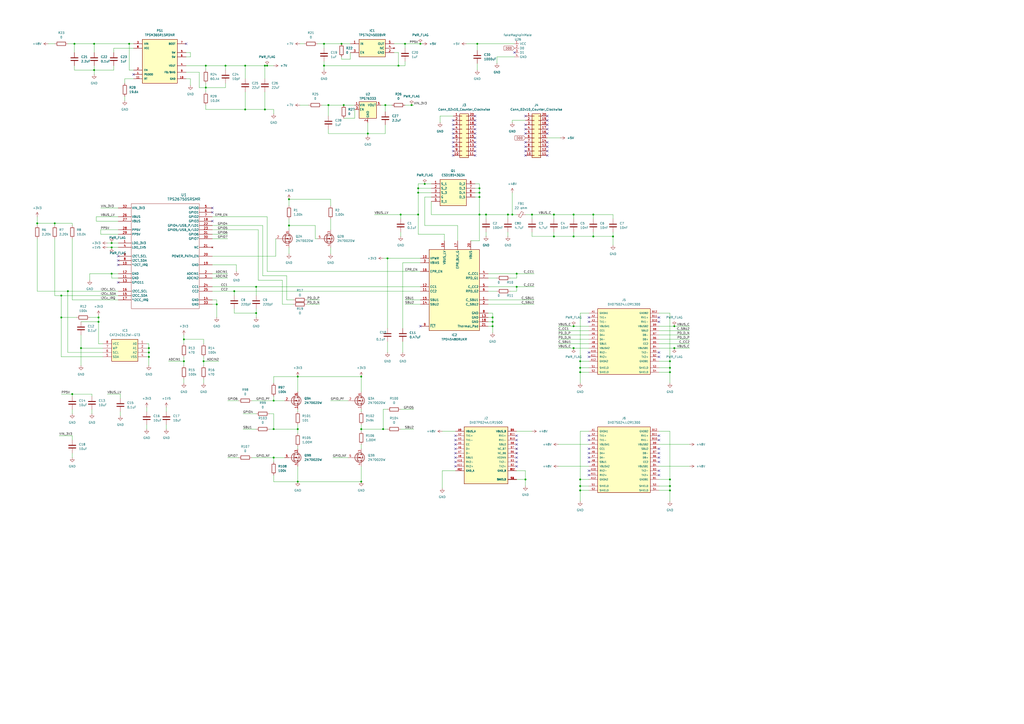
<source format=kicad_sch>
(kicad_sch (version 20250114) (generator "eeschema") (generator_version "9.0")
  (paper "A2")
  (title_block (title "Main_Power_module") (date "2025-06-22") (rev "v1"))
  (junction (at 278.13 109.22))
  (junction (at 209.55 279.4))
  (junction (at 119.38 50.8))
  (junction (at 209.55 248.92))
  (junction (at 167.64 115.57))
  (junction (at 21.59 129.54))
  (junction (at 142.24 38.1))
  (junction (at 231.14 38.1))
  (junction (at 242.57 111.76))
  (junction (at 172.72 279.4))
  (junction (at 388.62 209.55))
  (junction (at 242.57 124.46))
  (junction (at 154.94 38.1))
  (junction (at 86.36 207.01))
  (junction (at 232.41 124.46))
  (junction (at 64.77 143.51))
  (junction (at 223.52 60.96))
  (junction (at 336.55 281.94))
  (junction (at 222.25 248.92))
  (junction (at 199.39 60.96))
  (junction (at 35.56 184.15))
  (junction (at 281.94 124.46))
  (junction (at 336.55 209.55))
  (junction (at 172.72 248.92))
  (junction (at 246.38 106.68))
  (junction (at 213.36 77.47))
  (junction (at 158.75 232.41))
  (junction (at 46.99 201.93))
  (junction (at 391.16 189.23))
  (junction (at 238.76 60.96))
  (junction (at 234.95 25.4))
  (junction (at 187.96 25.4))
  (junction (at 336.55 215.9))
  (junction (at 336.55 278.13))
  (junction (at 278.13 111.76))
  (junction (at 190.5 60.96))
  (junction (at 388.62 215.9))
  (junction (at 299.72 166.37))
  (junction (at 125.73 176.53))
  (junction (at 153.67 38.1))
  (junction (at 321.31 137.16))
  (junction (at 243.84 25.4))
  (junction (at 153.67 63.5))
  (junction (at 391.16 201.93))
  (junction (at 172.72 218.44))
  (junction (at 321.31 124.46))
  (junction (at 31.75 129.54))
  (junction (at 388.62 213.36))
  (junction (at 106.68 196.85))
  (junction (at 167.64 130.81))
  (junction (at 285.75 189.23))
  (junction (at 106.68 209.55))
  (junction (at 135.89 168.91))
  (junction (at 158.75 265.43))
  (junction (at 142.24 63.5))
  (junction (at 332.74 189.23))
  (junction (at 332.74 124.46))
  (junction (at 355.6 137.16))
  (junction (at 299.72 158.75))
  (junction (at 158.75 248.92))
  (junction (at 278.13 114.3))
  (junction (at 209.55 218.44))
  (junction (at 198.12 25.4))
  (junction (at 64.77 140.97))
  (junction (at 294.64 124.46))
  (junction (at 39.37 168.91))
  (junction (at 54.61 25.4))
  (junction (at 308.61 124.46))
  (junction (at 41.91 228.6))
  (junction (at 64.77 158.75))
  (junction (at 119.38 38.1))
  (junction (at 304.8 278.13))
  (junction (at 57.15 184.15))
  (junction (at 388.62 278.13))
  (junction (at 54.61 40.64))
  (junction (at 336.55 213.36))
  (junction (at 285.75 184.15))
  (junction (at 388.62 281.94))
  (junction (at 148.59 181.61))
  (junction (at 297.18 124.46))
  (junction (at 86.36 204.47))
  (junction (at 388.62 284.48))
  (junction (at 278.13 124.46))
  (junction (at 224.79 149.86))
  (junction (at 332.74 137.16))
  (junction (at 285.75 186.69))
  (junction (at 43.18 25.4))
  (junction (at 130.81 38.1))
  (junction (at 242.57 109.22))
  (junction (at 74.93 25.4))
  (junction (at 336.55 284.48))
  (junction (at 344.17 137.16))
  (junction (at 276.86 25.4))
  (junction (at 148.59 166.37))
  (junction (at 187.96 38.1))
  (junction (at 57.15 186.69))
  (junction (at 118.11 209.55))
  (junction (at 86.36 201.93))
  (junction (at 332.74 201.93))
  (junction (at 35.56 171.45))
  (junction (at 344.17 124.46))
  (no_connect (at 275.59 69.85))
  (no_connect (at 317.5 77.47))
  (no_connect (at 317.5 87.63))
  (no_connect (at 262.89 80.01))
  (no_connect (at 317.5 90.17))
  (no_connect (at 341.63 275.59))
  (no_connect (at 304.8 72.39))
  (no_connect (at 304.8 67.31))
  (no_connect (at 299.72 267.97))
  (no_connect (at 382.27 267.97))
  (no_connect (at 317.5 82.55))
  (no_connect (at 77.47 43.18))
  (no_connect (at 123.19 123.19))
  (no_connect (at 341.63 207.01))
  (no_connect (at 341.63 273.05))
  (no_connect (at 264.16 260.35))
  (no_connect (at 304.8 90.17))
  (no_connect (at 264.16 267.97))
  (no_connect (at 123.19 120.65))
  (no_connect (at 299.72 252.73))
  (no_connect (at 264.16 262.89))
  (no_connect (at 382.27 262.89))
  (no_connect (at 68.58 153.67))
  (no_connect (at 123.19 128.27))
  (no_connect (at 299.72 262.89))
  (no_connect (at 299.72 257.81))
  (no_connect (at 264.16 252.73))
  (no_connect (at 264.16 270.51))
  (no_connect (at 304.8 85.09))
  (no_connect (at 264.16 257.81))
  (no_connect (at 299.72 255.27))
  (no_connect (at 275.59 82.55))
  (no_connect (at 68.58 151.13))
  (no_connect (at 304.8 77.47))
  (no_connect (at 317.5 85.09))
  (no_connect (at 341.63 252.73))
  (no_connect (at 317.5 67.31))
  (no_connect (at 382.27 255.27))
  (no_connect (at 382.27 265.43))
  (no_connect (at 262.89 85.09))
  (no_connect (at 275.59 72.39))
  (no_connect (at 382.27 186.69))
  (no_connect (at 382.27 252.73))
  (no_connect (at 262.89 87.63))
  (no_connect (at 317.5 72.39))
  (no_connect (at 275.59 90.17))
  (no_connect (at 262.89 72.39))
  (no_connect (at 341.63 184.15))
  (no_connect (at 264.16 265.43))
  (no_connect (at 275.59 67.31))
  (no_connect (at 382.27 273.05))
  (no_connect (at 299.72 265.43))
  (no_connect (at 382.27 184.15))
  (no_connect (at 382.27 207.01))
  (no_connect (at 341.63 265.43))
  (no_connect (at 299.72 260.35))
  (no_connect (at 299.72 270.51))
  (no_connect (at 317.5 69.85))
  (no_connect (at 382.27 275.59))
  (no_connect (at 262.89 90.17))
  (no_connect (at 262.89 82.55))
  (no_connect (at 68.58 163.83))
  (no_connect (at 341.63 267.97))
  (no_connect (at 341.63 262.89))
  (no_connect (at 298.45 30.48))
  (no_connect (at 68.58 148.59))
  (no_connect (at 262.89 77.47))
  (no_connect (at 275.59 77.47))
  (no_connect (at 275.59 80.01))
  (no_connect (at 264.16 255.27))
  (no_connect (at 317.5 74.93))
  (no_connect (at 304.8 82.55))
  (no_connect (at 341.63 255.27))
  (no_connect (at 243.84 189.23))
  (no_connect (at 107.95 25.4))
  (no_connect (at 341.63 260.35))
  (no_connect (at 275.59 74.93))
  (no_connect (at 382.27 204.47))
  (no_connect (at 341.63 186.69))
  (no_connect (at 341.63 204.47))
  (no_connect (at 262.89 69.85))
  (no_connect (at 262.89 74.93))
  (no_connect (at 304.8 87.63))
  (no_connect (at 382.27 260.35))
  (no_connect (at 275.59 87.63))
  (no_connect (at 304.8 74.93))
  (no_connect (at 275.59 85.09))
  (wire (pts (xy 110.49 33.02) (xy 110.49 30.48)))
  (wire (pts (xy 203.2 34.29) (xy 203.2 30.48)))
  (wire (pts (xy 382.27 281.94) (xy 388.62 281.94)))
  (wire (pts (xy 288.29 33.02) (xy 288.29 36.83)))
  (wire (pts (xy 355.6 134.62) (xy 355.6 137.16)))
  (wire (pts (xy 283.21 173.99) (xy 309.88 173.99)))
  (wire (pts (xy 224.79 149.86) (xy 243.84 149.86)))
  (wire (pts (xy 57.15 182.88) (xy 57.15 184.15)))
  (wire (pts (xy 285.75 186.69) (xy 285.75 189.23)))
  (wire (pts (xy 55.88 125.73) (xy 55.88 128.27)))
  (wire (pts (xy 278.13 109.22) (xy 278.13 111.76)))
  (wire (pts (xy 43.18 25.4) (xy 54.61 25.4)))
  (wire (pts (xy 299.72 158.75) (xy 283.21 158.75)))
  (wire (pts (xy 52.07 162.56) (xy 52.07 158.75)))
  (wire (pts (xy 149.86 162.56) (xy 149.86 133.35)))
  (wire (pts (xy 123.19 161.29) (xy 132.08 161.29)))
  (wire (pts (xy 21.59 129.54) (xy 21.59 130.81)))
  (wire (pts (xy 242.57 135.89) (xy 257.81 135.89)))
  (wire (pts (xy 148.59 166.37) (xy 243.84 166.37)))
  (wire (pts (xy 123.19 176.53) (xy 125.73 176.53)))
  (wire (pts (xy 85.09 207.01) (xy 86.36 207.01)))
  (wire (pts (xy 72.39 45.72) (xy 72.39 48.26)))
  (wire (pts (xy 85.09 199.39) (xy 86.36 199.39)))
  (wire (pts (xy 130.81 40.64) (xy 130.81 38.1)))
  (wire (pts (xy 344.17 134.62) (xy 344.17 137.16)))
  (wire (pts (xy 57.15 186.69) (xy 57.15 199.39)))
  (wire (pts (xy 135.89 179.07) (xy 135.89 181.61)))
  (wire (pts (xy 278.13 124.46) (xy 278.13 139.7)))
  (wire (pts (xy 35.56 184.15) (xy 35.56 207.01)))
  (wire (pts (xy 21.59 125.73) (xy 21.59 129.54)))
  (wire (pts (xy 41.91 255.27) (xy 41.91 252.73)))
  (wire (pts (xy 336.55 215.9) (xy 341.63 215.9)))
  (wire (pts (xy 190.5 60.96) (xy 190.5 67.31)))
  (wire (pts (xy 163.83 176.53) (xy 163.83 162.56)))
  (wire (pts (xy 382.27 199.39) (xy 400.05 199.39)))
  (wire (pts (xy 336.55 284.48) (xy 336.55 281.94)))
  (wire (pts (xy 54.61 40.64) (xy 54.61 38.1)))
  (wire (pts (xy 234.95 25.4) (xy 243.84 25.4)))
  (wire (pts (xy 275.59 106.68) (xy 278.13 106.68)))
  (wire (pts (xy 283.21 181.61) (xy 285.75 181.61)))
  (wire (pts (xy 72.39 55.88) (xy 72.39 58.42)))
  (wire (pts (xy 355.6 124.46) (xy 355.6 127)))
  (wire (pts (xy 166.37 173.99) (xy 170.18 173.99)))
  (wire (pts (xy 323.85 270.51) (xy 341.63 270.51)))
  (wire (pts (xy 160.02 138.43) (xy 160.02 148.59)))
  (wire (pts (xy 106.68 209.55) (xy 106.68 212.09)))
  (wire (pts (xy 31.75 129.54) (xy 31.75 130.81)))
  (wire (pts (xy 135.89 168.91) (xy 243.84 168.91)))
  (wire (pts (xy 308.61 124.46) (xy 308.61 127)))
  (wire (pts (xy 59.69 207.01) (xy 35.56 207.01)))
  (wire (pts (xy 107.95 33.02) (xy 110.49 33.02)))
  (wire (pts (xy 243.84 152.4) (xy 233.68 152.4)))
  (wire (pts (xy 140.97 240.03) (xy 148.59 240.03)))
  (wire (pts (xy 321.31 137.16) (xy 332.74 137.16)))
  (wire (pts (xy 66.04 30.48) (xy 66.04 27.94)))
  (wire (pts (xy 275.59 111.76) (xy 278.13 111.76)))
  (wire (pts (xy 191.77 232.41) (xy 201.93 232.41)))
  (wire (pts (xy 66.04 27.94) (xy 77.47 27.94)))
  (wire (pts (xy 123.19 135.89) (xy 132.08 135.89)))
  (wire (pts (xy 281.94 124.46) (xy 294.64 124.46)))
  (wire (pts (xy 323.85 257.81) (xy 341.63 257.81)))
  (wire (pts (xy 66.04 40.64) (xy 66.04 38.1)))
  (wire (pts (xy 172.72 259.08) (xy 172.72 260.35)))
  (wire (pts (xy 41.91 173.99) (xy 68.58 173.99)))
  (wire (pts (xy 242.57 109.22) (xy 242.57 111.76)))
  (wire (pts (xy 283.21 161.29) (xy 288.29 161.29)))
  (wire (pts (xy 265.43 130.81) (xy 265.43 139.7)))
  (wire (pts (xy 58.42 135.89) (xy 68.58 135.89)))
  (wire (pts (xy 172.72 246.38) (xy 172.72 248.92)))
  (wire (pts (xy 285.75 184.15) (xy 285.75 186.69)))
  (wire (pts (xy 43.18 40.64) (xy 54.61 40.64)))
  (wire (pts (xy 233.68 152.4) (xy 233.68 190.5)))
  (wire (pts (xy 172.72 270.51) (xy 172.72 279.4)))
  (wire (pts (xy 299.72 166.37) (xy 309.88 166.37)))
  (wire (pts (xy 187.96 25.4) (xy 198.12 25.4)))
  (wire (pts (xy 148.59 166.37) (xy 148.59 171.45)))
  (wire (pts (xy 107.95 38.1) (xy 119.38 38.1)))
  (wire (pts (xy 118.11 209.55) (xy 118.11 212.09)))
  (wire (pts (xy 107.95 41.91) (xy 115.57 41.91)))
  (wire (pts (xy 228.6 30.48) (xy 231.14 30.48)))
  (wire (pts (xy 308.61 137.16) (xy 321.31 137.16)))
  (wire (pts (xy 256.54 250.19) (xy 264.16 250.19)))
  (wire (pts (xy 21.59 168.91) (xy 21.59 138.43)))
  (wire (pts (xy 31.75 129.54) (xy 41.91 129.54)))
  (wire (pts (xy 382.27 191.77) (xy 400.05 191.77)))
  (wire (pts (xy 39.37 168.91) (xy 68.58 168.91)))
  (wire (pts (xy 110.49 30.48) (xy 107.95 30.48)))
  (wire (pts (xy 53.34 228.6) (xy 53.34 229.87)))
  (wire (pts (xy 158.75 267.97) (xy 158.75 265.43)))
  (wire (pts (xy 35.56 171.45) (xy 68.58 171.45)))
  (wire (pts (xy 182.88 138.43) (xy 184.15 138.43)))
  (wire (pts (xy 285.75 189.23) (xy 285.75 193.04)))
  (wire (pts (xy 64.77 161.29) (xy 64.77 158.75)))
  (wire (pts (xy 132.08 265.43) (xy 138.43 265.43)))
  (wire (pts (xy 388.62 181.61) (xy 382.27 181.61)))
  (wire (pts (xy 213.36 71.12) (xy 213.36 77.47)))
  (wire (pts (xy 86.36 204.47) (xy 86.36 207.01)))
  (wire (pts (xy 278.13 111.76) (xy 278.13 114.3)))
  (wire (pts (xy 257.81 135.89) (xy 257.81 139.7)))
  (wire (pts (xy 209.55 248.92) (xy 209.55 250.19)))
  (wire (pts (xy 198.12 33.02) (xy 198.12 34.29)))
  (wire (pts (xy 135.89 168.91) (xy 135.89 171.45)))
  (wire (pts (xy 52.07 158.75) (xy 64.77 158.75)))
  (wire (pts (xy 297.18 69.85) (xy 297.18 71.12)))
  (wire (pts (xy 388.62 250.19) (xy 382.27 250.19)))
  (wire (pts (xy 191.77 127) (xy 191.77 133.35)))
  (wire (pts (xy 158.75 248.92) (xy 172.72 248.92)))
  (wire (pts (xy 156.21 240.03) (xy 158.75 240.03)))
  (wire (pts (xy 323.85 194.31) (xy 341.63 194.31)))
  (wire (pts (xy 382.27 215.9) (xy 388.62 215.9)))
  (wire (pts (xy 21.59 168.91) (xy 39.37 168.91)))
  (wire (pts (xy 68.58 133.35) (xy 58.42 133.35)))
  (wire (pts (xy 223.52 77.47) (xy 223.52 72.39)))
  (wire (pts (xy 336.55 278.13) (xy 336.55 250.19)))
  (wire (pts (xy 41.91 228.6) (xy 41.91 229.87)))
  (wire (pts (xy 231.14 38.1) (xy 234.95 38.1)))
  (wire (pts (xy 173.99 60.96) (xy 179.07 60.96)))
  (wire (pts (xy 97.79 209.55) (xy 106.68 209.55)))
  (wire (pts (xy 68.58 161.29) (xy 64.77 161.29)))
  (wire (pts (xy 233.68 198.12) (xy 233.68 204.47)))
  (wire (pts (xy 234.95 173.99) (xy 243.84 173.99)))
  (wire (pts (xy 106.68 194.31) (xy 106.68 196.85)))
  (wire (pts (xy 64.77 143.51) (xy 68.58 143.51)))
  (wire (pts (xy 140.97 248.92) (xy 148.59 248.92)))
  (wire (pts (xy 382.27 278.13) (xy 388.62 278.13)))
  (wire (pts (xy 336.55 284.48) (xy 341.63 284.48)))
  (wire (pts (xy 142.24 63.5) (xy 153.67 63.5)))
  (wire (pts (xy 123.19 166.37) (xy 148.59 166.37)))
  (wire (pts (xy 54.61 40.64) (xy 66.04 40.64)))
  (wire (pts (xy 55.88 128.27) (xy 68.58 128.27)))
  (wire (pts (xy 115.57 41.91) (xy 115.57 50.8)))
  (wire (pts (xy 153.67 38.1) (xy 154.94 38.1)))
  (wire (pts (xy 336.55 209.55) (xy 341.63 209.55)))
  (wire (pts (xy 321.31 124.46) (xy 321.31 127)))
  (wire (pts (xy 299.72 158.75) (xy 309.88 158.75)))
  (wire (pts (xy 118.11 219.71) (xy 118.11 222.25)))
  (wire (pts (xy 388.62 209.55) (xy 388.62 181.61)))
  (wire (pts (xy 64.77 140.97) (xy 68.58 140.97)))
  (wire (pts (xy 55.88 125.73) (xy 68.58 125.73)))
  (wire (pts (xy 332.74 201.93) (xy 341.63 201.93)))
  (wire (pts (xy 35.56 184.15) (xy 35.56 171.45)))
  (wire (pts (xy 148.59 179.07) (xy 148.59 181.61)))
  (wire (pts (xy 323.85 199.39) (xy 341.63 199.39)))
  (wire (pts (xy 184.15 25.4) (xy 187.96 25.4)))
  (wire (pts (xy 119.38 50.8) (xy 119.38 53.34)))
  (wire (pts (xy 242.57 124.46) (xy 242.57 135.89)))
  (wire (pts (xy 209.55 246.38) (xy 209.55 248.92)))
  (wire (pts (xy 308.61 134.62) (xy 308.61 137.16)))
  (wire (pts (xy 137.16 153.67) (xy 123.19 153.67)))
  (wire (pts (xy 132.08 232.41) (xy 138.43 232.41)))
  (wire (pts (xy 152.4 130.81) (xy 152.4 160.02)))
  (wire (pts (xy 182.88 138.43) (xy 182.88 130.81)))
  (wire (pts (xy 85.09 246.38) (xy 85.09 248.92)))
  (wire (pts (xy 382.27 189.23) (xy 391.16 189.23)))
  (wire (pts (xy 58.42 120.65) (xy 68.58 120.65)))
  (wire (pts (xy 299.72 250.19) (xy 308.61 250.19)))
  (wire (pts (xy 187.96 38.1) (xy 231.14 38.1)))
  (wire (pts (xy 323.85 189.23) (xy 332.74 189.23)))
  (wire (pts (xy 299.72 278.13) (xy 304.8 278.13)))
  (wire (pts (xy 54.61 40.64) (xy 54.61 43.18)))
  (wire (pts (xy 246.38 114.3) (xy 250.19 114.3)))
  (wire (pts (xy 118.11 209.55) (xy 127 209.55)))
  (wire (pts (xy 69.85 228.6) (xy 62.23 228.6)))
  (wire (pts (xy 217.17 124.46) (xy 232.41 124.46)))
  (wire (pts (xy 222.25 248.92) (xy 224.79 248.92)))
  (wire (pts (xy 281.94 134.62) (xy 281.94 137.16)))
  (wire (pts (xy 234.95 38.1) (xy 234.95 35.56)))
  (wire (pts (xy 281.94 124.46) (xy 281.94 127)))
  (wire (pts (xy 158.75 229.87) (xy 158.75 232.41)))
  (wire (pts (xy 336.55 250.19) (xy 341.63 250.19)))
  (wire (pts (xy 304.8 278.13) (xy 304.8 281.94)))
  (wire (pts (xy 123.19 168.91) (xy 135.89 168.91)))
  (wire (pts (xy 31.75 138.43) (xy 31.75 171.45)))
  (wire (pts (xy 158.75 232.41) (xy 165.1 232.41)))
  (wire (pts (xy 191.77 143.51) (xy 191.77 147.32)))
  (wire (pts (xy 170.18 176.53) (xy 163.83 176.53)))
  (wire (pts (xy 242.57 106.68) (xy 242.57 109.22)))
  (wire (pts (xy 199.39 60.96) (xy 205.74 60.96)))
  (wire (pts (xy 142.24 45.72) (xy 142.24 38.1)))
  (wire (pts (xy 332.74 124.46) (xy 332.74 127)))
  (wire (pts (xy 167.64 115.57) (xy 167.64 119.38)))
  (wire (pts (xy 250.19 109.22) (xy 242.57 109.22)))
  (wire (pts (xy 125.73 176.53) (xy 125.73 173.99)))
  (wire (pts (xy 270.51 25.4) (xy 276.86 25.4)))
  (wire (pts (xy 118.11 207.01) (xy 118.11 209.55)))
  (wire (pts (xy 391.16 201.93) (xy 400.05 201.93)))
  (wire (pts (xy 209.55 270.51) (xy 209.55 279.4)))
  (wire (pts (xy 238.76 60.96) (xy 240.03 60.96)))
  (wire (pts (xy 336.55 290.83) (xy 336.55 284.48)))
  (wire (pts (xy 276.86 36.83) (xy 276.86 40.64)))
  (wire (pts (xy 158.75 265.43) (xy 165.1 265.43)))
  (wire (pts (xy 43.18 25.4) (xy 43.18 30.48)))
  (wire (pts (xy 246.38 106.68) (xy 242.57 106.68)))
  (wire (pts (xy 148.59 184.15) (xy 148.59 181.61)))
  (wire (pts (xy 152.4 160.02) (xy 166.37 160.02)))
  (wire (pts (xy 344.17 137.16) (xy 355.6 137.16)))
  (wire (pts (xy 336.55 222.25) (xy 336.55 215.9)))
  (wire (pts (xy 156.21 248.92) (xy 158.75 248.92)))
  (wire (pts (xy 256.54 273.05) (xy 264.16 273.05)))
  (wire (pts (xy 123.19 158.75) (xy 132.08 158.75)))
  (wire (pts (xy 308.61 124.46) (xy 321.31 124.46)))
  (wire (pts (xy 232.41 134.62) (xy 232.41 137.16)))
  (wire (pts (xy 213.36 77.47) (xy 223.52 77.47)))
  (wire (pts (xy 158.75 275.59) (xy 158.75 279.4)))
  (wire (pts (xy 336.55 213.36) (xy 341.63 213.36)))
  (wire (pts (xy 123.19 133.35) (xy 149.86 133.35)))
  (wire (pts (xy 27.94 25.4) (xy 31.75 25.4)))
  (wire (pts (xy 119.38 40.64) (xy 119.38 38.1)))
  (wire (pts (xy 250.19 116.84) (xy 250.19 124.46)))
  (wire (pts (xy 336.55 281.94) (xy 341.63 281.94)))
  (wire (pts (xy 255.27 67.31) (xy 255.27 71.12)))
  (wire (pts (xy 250.19 106.68) (xy 246.38 106.68)))
  (wire (pts (xy 332.74 137.16) (xy 344.17 137.16)))
  (wire (pts (xy 256.54 283.21) (xy 256.54 273.05)))
  (wire (pts (xy 119.38 38.1) (xy 130.81 38.1)))
  (wire (pts (xy 295.91 161.29) (xy 299.72 161.29)))
  (wire (pts (xy 209.55 237.49) (xy 209.55 238.76)))
  (wire (pts (xy 191.77 119.38) (xy 191.77 115.57)))
  (wire (pts (xy 52.07 184.15) (xy 57.15 184.15)))
  (wire (pts (xy 388.62 290.83) (xy 388.62 284.48)))
  (wire (pts (xy 332.74 124.46) (xy 344.17 124.46)))
  (wire (pts (xy 231.14 30.48) (xy 231.14 38.1)))
  (wire (pts (xy 250.19 124.46) (xy 278.13 124.46)))
  (wire (pts (xy 278.13 106.68) (xy 278.13 109.22)))
  (wire (pts (xy 119.38 50.8) (xy 130.81 50.8)))
  (wire (pts (xy 400.05 189.23) (xy 391.16 189.23)))
  (wire (pts (xy 283.21 186.69) (xy 285.75 186.69)))
  (wire (pts (xy 220.98 60.96) (xy 223.52 60.96)))
  (wire (pts (xy 213.36 77.47) (xy 213.36 78.74)))
  (wire (pts (xy 224.79 149.86) (xy 224.79 190.5)))
  (wire (pts (xy 299.72 166.37) (xy 283.21 166.37)))
  (wire (pts (xy 142.24 63.5) (xy 119.38 63.5)))
  (wire (pts (xy 242.57 111.76) (xy 242.57 124.46)))
  (wire (pts (xy 153.67 63.5) (xy 158.75 63.5)))
  (wire (pts (xy 21.59 129.54) (xy 31.75 129.54)))
  (wire (pts (xy 158.75 240.03) (xy 158.75 248.92)))
  (wire (pts (xy 205.74 63.5) (xy 205.74 68.58)))
  (wire (pts (xy 41.91 129.54) (xy 41.91 130.81)))
  (wire (pts (xy 323.85 191.77) (xy 341.63 191.77)))
  (wire (pts (xy 294.64 124.46) (xy 297.18 124.46)))
  (wire (pts (xy 85.09 204.47) (xy 86.36 204.47)))
  (wire (pts (xy 336.55 215.9) (xy 336.55 213.36)))
  (wire (pts (xy 142.24 38.1) (xy 153.67 38.1)))
  (wire (pts (xy 283.21 168.91) (xy 288.29 168.91)))
  (wire (pts (xy 243.84 25.4) (xy 245.11 25.4)))
  (wire (pts (xy 69.85 238.76) (xy 69.85 241.3)))
  (wire (pts (xy 163.83 162.56) (xy 149.86 162.56)))
  (wire (pts (xy 96.52 246.38) (xy 96.52 248.92)))
  (wire (pts (xy 167.64 127) (xy 167.64 130.81)))
  (wire (pts (xy 382.27 284.48) (xy 388.62 284.48)))
  (wire (pts (xy 283.21 184.15) (xy 285.75 184.15)))
  (wire (pts (xy 295.91 168.91) (xy 299.72 168.91)))
  (wire (pts (xy 31.75 171.45) (xy 35.56 171.45)))
  (wire (pts (xy 167.64 130.81) (xy 167.64 133.35)))
  (wire (pts (xy 69.85 231.14) (xy 69.85 228.6)))
  (wire (pts (xy 72.39 45.72) (xy 77.47 45.72)))
  (wire (pts (xy 297.18 111.76) (xy 297.18 124.46)))
  (wire (pts (xy 58.42 133.35) (xy 58.42 135.89)))
  (wire (pts (xy 53.34 237.49) (xy 53.34 240.03)))
  (wire (pts (xy 234.95 25.4) (xy 234.95 27.94)))
  (wire (pts (xy 186.69 60.96) (xy 190.5 60.96)))
  (wire (pts (xy 115.57 50.8) (xy 119.38 50.8)))
  (wire (pts (xy 74.93 25.4) (xy 77.47 25.4)))
  (wire (pts (xy 146.05 232.41) (xy 158.75 232.41)))
  (wire (pts (xy 130.81 50.8) (xy 130.81 48.26)))
  (wire (pts (xy 275.59 109.22) (xy 278.13 109.22)))
  (wire (pts (xy 209.55 257.81) (xy 209.55 260.35)))
  (wire (pts (xy 41.91 252.73) (xy 34.29 252.73)))
  (wire (pts (xy 54.61 25.4) (xy 54.61 30.48)))
  (wire (pts (xy 321.31 124.46) (xy 332.74 124.46)))
  (wire (pts (xy 172.72 248.92) (xy 172.72 251.46)))
  (wire (pts (xy 172.72 218.44) (xy 209.55 218.44)))
  (wire (pts (xy 57.15 199.39) (xy 59.69 199.39)))
  (wire (pts (xy 388.62 278.13) (xy 388.62 250.19)))
  (wire (pts (xy 388.62 222.25) (xy 388.62 215.9)))
  (wire (pts (xy 278.13 124.46) (xy 281.94 124.46)))
  (wire (pts (xy 198.12 25.4) (xy 203.2 25.4)))
  (wire (pts (xy 154.94 125.73) (xy 154.94 157.48)))
  (wire (pts (xy 187.96 38.1) (xy 187.96 40.64)))
  (wire (pts (xy 234.95 176.53) (xy 243.84 176.53)))
  (wire (pts (xy 299.72 168.91) (xy 299.72 166.37)))
  (wire (pts (xy 304.8 124.46) (xy 308.61 124.46)))
  (wire (pts (xy 106.68 207.01) (xy 106.68 209.55)))
  (wire (pts (xy 166.37 160.02) (xy 166.37 173.99)))
  (wire (pts (xy 130.81 38.1) (xy 142.24 38.1)))
  (wire (pts (xy 190.5 77.47) (xy 213.36 77.47)))
  (wire (pts (xy 153.67 53.34) (xy 153.67 63.5)))
  (wire (pts (xy 106.68 196.85) (xy 118.11 196.85)))
  (wire (pts (xy 123.19 130.81) (xy 152.4 130.81)))
  (wire (pts (xy 382.27 196.85) (xy 400.05 196.85)))
  (wire (pts (xy 142.24 53.34) (xy 142.24 63.5)))
  (wire (pts (xy 232.41 237.49) (xy 240.03 237.49)))
  (wire (pts (xy 382.27 209.55) (xy 388.62 209.55)))
  (wire (pts (xy 382.27 194.31) (xy 400.05 194.31)))
  (wire (pts (xy 86.36 207.01) (xy 86.36 212.09)))
  (wire (pts (xy 275.59 114.3) (xy 278.13 114.3)))
  (wire (pts (xy 85.09 201.93) (xy 86.36 201.93)))
  (wire (pts (xy 125.73 184.15) (xy 125.73 176.53)))
  (wire (pts (xy 118.11 196.85) (xy 118.11 199.39)))
  (wire (pts (xy 299.72 273.05) (xy 304.8 273.05)))
  (wire (pts (xy 304.8 273.05) (xy 304.8 278.13)))
  (wire (pts (xy 96.52 236.22) (xy 96.52 238.76)))
  (wire (pts (xy 246.38 130.81) (xy 246.38 114.3)))
  (wire (pts (xy 39.37 25.4) (xy 43.18 25.4)))
  (wire (pts (xy 234.95 60.96) (xy 238.76 60.96)))
  (wire (pts (xy 190.5 74.93) (xy 190.5 77.47)))
  (wire (pts (xy 222.25 149.86) (xy 224.79 149.86)))
  (wire (pts (xy 158.75 279.4) (xy 172.72 279.4)))
  (wire (pts (xy 198.12 34.29) (xy 203.2 34.29)))
  (wire (pts (xy 172.72 237.49) (xy 172.72 238.76)))
  (wire (pts (xy 177.8 176.53) (xy 185.42 176.53)))
  (wire (pts (xy 41.91 237.49) (xy 41.91 240.03)))
  (wire (pts (xy 86.36 199.39) (xy 86.36 201.93)))
  (wire (pts (xy 59.69 201.93) (xy 46.99 201.93)))
  (wire (pts (xy 242.57 124.46) (xy 232.41 124.46)))
  (wire (pts (xy 382.27 213.36) (xy 388.62 213.36)))
  (wire (pts (xy 232.41 248.92) (xy 240.03 248.92)))
  (wire (pts (xy 224.79 198.12) (xy 224.79 204.47)))
  (wire (pts (xy 190.5 60.96) (xy 199.39 60.96)))
  (wire (pts (xy 46.99 201.93) (xy 46.99 212.09)))
  (wire (pts (xy 46.99 186.69) (xy 57.15 186.69)))
  (wire (pts (xy 125.73 173.99) (xy 123.19 173.99)))
  (wire (pts (xy 382.27 270.51) (xy 400.05 270.51)))
  (wire (pts (xy 388.62 213.36) (xy 388.62 209.55)))
  (wire (pts (xy 262.89 67.31) (xy 255.27 67.31)))
  (wire (pts (xy 154.94 38.1) (xy 158.75 38.1)))
  (wire (pts (xy 344.17 124.46) (xy 344.17 127)))
  (wire (pts (xy 62.23 140.97) (xy 64.77 140.97)))
  (wire (pts (xy 158.75 63.5) (xy 158.75 66.04)))
  (wire (pts (xy 285.75 181.61) (xy 285.75 184.15)))
  (wire (pts (xy 223.52 60.96) (xy 227.33 60.96)))
  (wire (pts (xy 77.47 40.64) (xy 74.93 40.64)))
  (wire (pts (xy 199.39 68.58) (xy 205.74 68.58)))
  (wire (pts (xy 278.13 114.3) (xy 278.13 124.46)))
  (wire (pts (xy 276.86 25.4) (xy 276.86 29.21)))
  (wire (pts (xy 123.19 148.59) (xy 160.02 148.59)))
  (wire (pts (xy 265.43 130.81) (xy 246.38 130.81)))
  (wire (pts (xy 182.88 130.81) (xy 167.64 130.81)))
  (wire (pts (xy 137.16 157.48) (xy 137.16 153.67)))
  (wire (pts (xy 146.05 265.43) (xy 158.75 265.43)))
  (wire (pts (xy 304.8 69.85) (xy 297.18 69.85)))
  (wire (pts (xy 57.15 184.15) (xy 57.15 186.69)))
  (wire (pts (xy 119.38 48.26) (xy 119.38 50.8)))
  (wire (pts (xy 74.93 25.4) (xy 74.93 40.64)))
  (wire (pts (xy 283.21 176.53) (xy 309.88 176.53)))
  (wire (pts (xy 317.5 80.01) (xy 325.12 80.01)))
  (wire (pts (xy 135.89 181.61) (xy 148.59 181.61)))
  (wire (pts (xy 336.55 209.55) (xy 336.55 181.61)))
  (wire (pts (xy 110.49 45.72) (xy 110.49 49.53)))
  (wire (pts (xy 332.74 189.23) (xy 341.63 189.23)))
  (wire (pts (xy 123.19 125.73) (xy 154.94 125.73)))
  (wire (pts (xy 154.94 157.48) (xy 243.84 157.48)))
  (wire (pts (xy 336.55 181.61) (xy 341.63 181.61)))
  (wire (pts (xy 158.75 222.25) (xy 158.75 218.44)))
  (wire (pts (xy 388.62 215.9) (xy 388.62 213.36)))
  (wire (pts (xy 294.64 134.62) (xy 294.64 137.16)))
  (wire (pts (xy 232.41 124.46) (xy 232.41 127)))
  (wire (pts (xy 297.18 124.46) (xy 299.72 124.46)))
  (wire (pts (xy 167.64 115.57) (xy 191.77 115.57)))
  (wire (pts (xy 228.6 25.4) (xy 234.95 25.4)))
  (wire (pts (xy 172.72 227.33) (xy 172.72 218.44)))
  (wire (pts (xy 41.91 228.6) (xy 53.34 228.6)))
  (wire (pts (xy 119.38 63.5) (xy 119.38 60.96)))
  (wire (pts (xy 153.67 45.72) (xy 153.67 38.1)))
  (wire (pts (xy 382.27 201.93) (xy 391.16 201.93)))
  (wire (pts (xy 106.68 219.71) (xy 106.68 222.25)))
  (wire (pts (xy 344.17 124.46) (xy 355.6 124.46)))
  (wire (pts (xy 54.61 25.4) (xy 74.93 25.4)))
  (wire (pts (xy 288.29 33.02) (xy 298.45 33.02)))
  (wire (pts (xy 336.55 281.94) (xy 336.55 278.13)))
  (wire (pts (xy 323.85 196.85) (xy 341.63 196.85)))
  (wire (pts (xy 388.62 284.48) (xy 388.62 281.94)))
  (wire (pts (xy 222.25 237.49) (xy 222.25 248.92)))
  (wire (pts (xy 173.99 25.4) (xy 176.53 25.4)))
  (wire (pts (xy 336.55 213.36) (xy 336.55 209.55)))
  (wire (pts (xy 223.52 60.96) (xy 223.52 64.77)))
  (wire (pts (xy 39.37 204.47) (xy 59.69 204.47)))
  (wire (pts (xy 193.04 265.43) (xy 201.93 265.43)))
  (wire (pts (xy 62.23 143.51) (xy 64.77 143.51)))
  (wire (pts (xy 85.09 236.22) (xy 85.09 238.76)))
  (wire (pts (xy 273.05 139.7) (xy 278.13 139.7)))
  (wire (pts (xy 35.56 228.6) (xy 41.91 228.6)))
  (wire (pts (xy 41.91 138.43) (xy 41.91 173.99)))
  (wire (pts (xy 321.31 134.62) (xy 321.31 137.16)))
  (wire (pts (xy 64.77 158.75) (xy 68.58 158.75)))
  (wire (pts (xy 123.19 138.43) (xy 132.08 138.43)))
  (wire (pts (xy 43.18 38.1) (xy 43.18 40.64)))
  (wire (pts (xy 177.8 173.99) (xy 185.42 173.99)))
  (wire (pts (xy 400.05 257.81) (xy 382.27 257.81)))
  (wire (pts (xy 323.85 201.93) (xy 332.74 201.93)))
  (wire (pts (xy 158.75 218.44) (xy 172.72 218.44)))
  (wire (pts (xy 299.72 161.29) (xy 299.72 158.75)))
  (wire (pts (xy 107.95 45.72) (xy 110.49 45.72)))
  (wire (pts (xy 294.64 124.46) (xy 294.64 127)))
  (wire (pts (xy 209.55 218.44) (xy 209.55 227.33)))
  (wire (pts (xy 86.36 201.93) (xy 86.36 204.47)))
  (wire (pts (xy 187.96 35.56) (xy 187.96 38.1)))
  (wire (pts (xy 388.62 281.94) (xy 388.62 278.13)))
  (wire (pts (xy 209.55 248.92) (xy 222.25 248.92)))
  (wire (pts (xy 250.19 111.76) (xy 242.57 111.76)))
  (wire (pts (xy 106.68 196.85) (xy 106.68 199.39)))
  (wire (pts (xy 336.55 278.13) (xy 341.63 278.13)))
  (wire (pts (xy 41.91 262.89) (xy 41.91 265.43)))
  (wire (pts (xy 187.96 25.4) (xy 187.96 27.94)))
  (wire (pts (xy 35.56 184.15) (xy 44.45 184.15)))
  (wire (pts (xy 167.64 143.51) (xy 167.64 147.32)))
  (wire (pts (xy 172.72 279.4) (xy 209.55 279.4)))
  (wire (pts (xy 332.74 134.62) (xy 332.74 137.16)))
  (wire (pts (xy 39.37 168.91) (xy 39.37 204.47)))
  (wire (pts (xy 224.79 237.49) (xy 222.25 237.49)))
  (wire (pts (xy 46.99 194.31) (xy 46.99 201.93)))
  (wire (pts (xy 276.86 25.4) (xy 298.45 25.4)))
  (wire (pts (xy 283.21 189.23) (xy 285.75 189.23)))
  (wire (pts (xy 355.6 137.16) (xy 355.6 142.24)))
  (label "ADCIN1" (at 132.08 158.75 180))
  (label "GPIO_PF" (at 191.77 232.41 0))
  (label "C_SBU2" (at 309.88 176.53 180))
  (label "PD_D_N" (at 400.05 194.31 180))
  (label "VBUS_C" (at 323.85 201.93 0))
  (label "SBU2" (at 234.95 176.53 0))
  (label "SBU1" (at 140.97 248.92 0))
  (label "GPIO6" (at 132.08 232.41 0))
  (label "PP5V" (at 35.56 228.6 0))
  (label "PD_D_P" (at 185.42 173.99 180))
  (label "C_CC1" (at 309.88 158.75 180))
  (label "PP5V" (at 58.42 133.35 0))
  (label "GPIO_NF" (at 148.59 265.43 0))
  (label "GPIO4" (at 132.08 130.81 180))
  (label "I2Cc_SDA" (at 58.42 171.45 0))
  (label "VBUS_C" (at 323.85 189.23 0))
  (label "ADCIN2" (at 132.08 161.29 180))
  (label "GPIO4" (at 140.97 240.03 0))
  (label "ADCIN1" (at 97.79 209.55 0))
  (label "SBU1" (at 234.95 173.99 0))
  (label "C_CC2" (at 400.05 199.39 180))
  (label "PD_D_N" (at 323.85 196.85 0))
  (label "VIN_3V3" (at 58.42 120.65 0))
  (label "PD_D_P" (at 323.85 194.31 0))
  (label "VIN_3V3" (at 34.29 252.73 0))
  (label "I2Cc_IRQ" (at 58.42 173.99 0))
  (label "VIN_3V3" (at 240.03 60.96 0))
  (label "GPIO7" (at 132.08 265.43 0))
  (label "EPR_EN" (at 234.95 157.48 0))
  (label "GPIO5" (at 240.03 237.49 180))
  (label "CC1" (at 132.08 166.37 180))
  (label "PP5V" (at 237.49 25.4 0))
  (label "C_CC1" (at 323.85 191.77 0))
  (label "C_SBU1" (at 323.85 199.39 0))
  (label "ADCIN2" (at 127 209.55 180))
  (label "GPIO5" (at 132.08 133.35 180))
  (label "C_CC2" (at 309.88 166.37 180))
  (label "GPIO6" (at 132.08 135.89 180))
  (label "VBUS_LV" (at 62.23 228.6 0))
  (label "C_SBU1" (at 309.88 173.99 180))
  (label "C_SBU2" (at 400.05 191.77 180))
  (label "VBUS_C" (at 400.05 189.23 180))
  (label "GPIO_PF" (at 148.59 232.41 0))
  (label "GPIO7" (at 132.08 138.43 180))
  (label "I2Cc_SCL" (at 58.42 168.91 0))
  (label "VBUS_C" (at 400.05 201.93 180))
  (label "CC2" (at 132.08 168.91 180))
  (label "VBUS_C" (at 312.42 124.46 0))
  (label "VBUS_LV" (at 217.17 124.46 0))
  (label "GPIO_NF" (at 193.04 265.43 0))
  (label "EPR_EN" (at 132.08 125.73 180))
  (label "PD_D_N" (at 185.42 176.53 180))
  (label "PD_D_P" (at 400.05 196.85 180))
  (label "VBUS_LV" (at 58.42 125.73 0))
  (label "SBU2" (at 240.03 248.92 180))
  (global_label "D00" (shape input) (at 298.45 27.94 180) (property "Intersheetrefs" "${INTERSHEET_REFS}" (effects (hide yes))))
  (global_label "D00" (shape input) (at 304.8 80.01 180) (property "Intersheetrefs" "${INTERSHEET_REFS}" (effects (hide yes))))
  (symbol (lib_id "Device:R") (at 119.38 57.15 0) (unit 1)
    (property "Reference" "R29" (at 121.92 55.8799 0) (effects (justify left)))
    (property "Value" "10.0K" (at 121.92 58.4199 0) (effects (justify left)))
    (property "Footprint" "Resistor_SMD:R_0402_1005Metric" (effects (hide yes)))
    (property "Description" "Resistor" (effects (hide yes)))
  )
  (symbol (lib_id "power:+7.5V") (at 173.99 25.4 90) (unit 1)
    (property "Reference" "#PWR038" (effects (hide yes)))
    (property "Value" "+7V" (at 170.18 25.3999 90) (effects (justify left)))
    (property "Description" "Power symbol creates a global label with name \"+7.5V\"" (effects (hide yes)))
  )
  (symbol (lib_id "power:+48V") (at 400.05 270.51 270) (unit 1)
    (property "Reference" "#PWR066" (effects (hide yes)))
    (property "Value" "+48V" (at 403.86 270.5099 90) (effects (justify left)))
    (property "Description" "Power symbol creates a global label with name \"+48V\"" (effects (hide yes)))
  )
  (symbol (lib_id "Device:C") (at 321.31 130.81 0) (unit 1)
    (property "Reference" "C4" (at 325.12 129.5399 0) (effects (justify left)))
    (property "Value" "10nF" (at 325.12 132.0799 0) (effects (justify left)))
    (property "Footprint" "Capacitor_SMD:C_0603_1608Metric" (effects (hide yes)))
    (property "Description" "Unpolarized capacitor" (effects (hide yes)))
  )
  (symbol (lib_id "Device:C") (at 276.86 33.02 0) (unit 1)
    (property "Reference" "C30" (at 280.67 31.7499 0) (effects (justify left)))
    (property "Value" "1000uF" (at 280.67 34.2899 0) (effects (justify left)))
    (property "Footprint" "Capacitor_Tantalum_SMD:CP_EIA-7343-15_Kemet-W" (effects (hide yes)))
    (property "Description" "Unpolarized capacitor" (effects (hide yes)))
  )
  (symbol (lib_id "power:+3V3") (at 106.68 194.31 0) (unit 1)
    (property "Reference" "#PWR041" (effects (hide yes)))
    (property "Value" "+3V3" (at 106.68 189.23 0))
    (property "Description" "Power symbol creates a global label with name \"+3V3\"" (effects (hide yes)))
  )
  (symbol (lib_id "Device:R") (at 231.14 60.96 90) (unit 1)
    (property "Reference" "R26" (at 231.14 54.61 90))
    (property "Value" "0" (at 231.14 57.15 90))
    (property "Footprint" "Resistor_SMD:R_0201_0603Metric" (effects (hide yes)))
    (property "Description" "Resistor" (effects (hide yes)))
  )
  (symbol (lib_id "power:+48V") (at 27.94 25.4 90) (unit 1)
    (property "Reference" "#PWR039" (effects (hide yes)))
    (property "Value" "+48V" (at 24.13 25.3999 90) (effects (justify left)))
    (property "Description" "Power symbol creates a global label with name \"+48V\"" (effects (hide yes)))
  )
  (symbol (lib_id "power:PWR_FLAG") (at 391.16 189.23 0) (unit 1)
    (property "Reference" "#FLG010" (effects (hide yes)))
    (property "Value" "PWR_FLAG" (at 391.16 184.15 0))
    (property "Description" "Special symbol for telling ERC where power comes from" (effects (hide yes)))
  )
  (symbol (lib_id "Device:R") (at 228.6 248.92 90) (unit 1)
    (property "Reference" "R104" (at 228.6 242.57 90))
    (property "Value" "0" (at 228.6 245.11 90))
    (property "Footprint" "Resistor_SMD:R_0402_1005Metric" (effects (hide yes)))
    (property "Description" "Resistor" (effects (hide yes)))
  )
  (symbol (lib_id "Device:R") (at 292.1 161.29 90) (mirror x) (unit 1)
    (property "Reference" "R10" (at 295.91 163.83 90))
    (property "Value" "0" (at 289.306 163.83 90))
    (property "Footprint" "Resistor_SMD:R_0201_0603Metric" (effects (hide yes)))
    (property "Description" "Resistor" (effects (hide yes)))
  )
  (symbol (lib_id "power:PWR_FLAG") (at 154.94 38.1 0) (unit 1)
    (property "Reference" "#FLG014" (effects (hide yes)))
    (property "Value" "PWR_FLAG" (at 154.94 33.02 0))
    (property "Description" "Special symbol for telling ERC where power comes from" (effects (hide yes)))
  )
  (symbol (lib_id "power:GND") (at 294.64 137.16 0) (unit 1)
    (property "Reference" "#PWR013" (effects (hide yes)))
    (property "Value" "GND" (at 294.64 142.24 0))
    (property "Description" "Power symbol creates a global label with name \"GND\" , ground" (effects (hide yes)))
  )
  (symbol (lib_id "Device:C") (at 190.5 71.12 0) (unit 1)
    (property "Reference" "C28" (at 194.31 69.8499 0) (effects (justify left)))
    (property "Value" "1uF" (at 194.31 72.3899 0) (effects (justify left)))
    (property "Footprint" "Capacitor_SMD:C_0805_2012Metric" (effects (hide yes)))
    (property "Description" "Unpolarized capacitor" (effects (hide yes)))
  )
  (symbol (lib_id "power:GND") (at 233.68 204.47 0) (unit 1)
    (property "Reference" "#PWR05" (effects (hide yes)))
    (property "Value" "GND" (at 233.68 209.55 0))
    (property "Description" "Power symbol creates a global label with name \"GND\" , ground" (effects (hide yes)))
  )
  (symbol (lib_id "power:+3V3") (at 85.09 236.22 0) (unit 1)
    (property "Reference" "#PWR054" (effects (hide yes)))
    (property "Value" "+3V3" (at 85.09 231.14 0))
    (property "Description" "Power symbol creates a global label with name \"+3V3\"" (effects (hide yes)))
  )
  (symbol (lib_id "power:GND") (at 355.6 142.24 0) (unit 1)
    (property "Reference" "#PWR011" (effects (hide yes)))
    (property "Value" "GND" (at 355.6 147.32 0))
    (property "Description" "Power symbol creates a global label with name \"GND\" , ground" (effects (hide yes)))
  )
  (symbol (lib_id "Device:R") (at 172.72 242.57 0) (unit 1)
    (property "Reference" "R101" (at 175.26 241.2999 0) (effects (justify left)))
    (property "Value" "101" (at 175.26 243.8399 0) (effects (justify left)))
    (property "Footprint" "Resistor_SMD:R_0603_1608Metric" (effects (hide yes)))
    (property "Description" "Resistor" (effects (hide yes)))
  )
  (symbol (lib_id "power:GND") (at 232.41 137.16 0) (unit 1)
    (property "Reference" "#PWR014" (effects (hide yes)))
    (property "Value" "GND" (at 232.41 142.24 0))
    (property "Description" "Power symbol creates a global label with name \"GND\" , ground" (effects (hide yes)))
  )
  (symbol (lib_id "Device:R") (at 118.11 203.2 0) (unit 1)
    (property "Reference" "R14" (at 120.65 201.9299 0) (effects (justify left)))
    (property "Value" "100k" (at 120.65 204.4699 0) (effects (justify left)))
    (property "Footprint" "Resistor_SMD:R_0603_1608Metric" (effects (hide yes)))
    (property "Description" "Resistor" (effects (hide yes)))
  )
  (symbol (lib_id "Device:C") (at 41.91 259.08 0) (unit 1)
    (property "Reference" "C18" (at 45.72 257.8099 0) (effects (justify left)))
    (property "Value" "10uF" (at 45.72 260.3499 0) (effects (justify left)))
    (property "Footprint" "Capacitor_SMD:C_0402_1005Metric" (effects (hide yes)))
    (property "Description" "Unpolarized capacitor" (effects (hide yes)))
  )
  (symbol (lib_id "Transistor_FET:Q_Dual_NMOS_S1G1D2S2G2D1") (at 165.1 138.43 0) (unit 1)
    (property "Reference" "Q2" (at 171.45 137.1599 0) (effects (justify left)))
    (property "Value" "2N7002DW" (at 171.45 139.6999 0) (effects (justify left)))
    (property "Footprint" "Package_TO_SOT_SMD:SOT-363_SC-70-6" (effects (hide yes)))
    (property "Description" "Dual NMOS transistor, 6 pin package" (effects (hide yes)))
  )
  (symbol (lib_id "power:GND") (at 96.52 248.92 0) (unit 1)
    (property "Reference" "#PWR030" (effects (hide yes)))
    (property "Value" "GND" (at 96.52 254 0))
    (property "Description" "Power symbol creates a global label with name \"GND\" , ground" (effects (hide yes)))
  )
  (symbol (lib_id "Device:C") (at 54.61 34.29 0) (unit 1)
    (property "Reference" "C22" (at 58.42 33.0199 0) (effects (justify left)))
    (property "Value" "0.1uF" (at 58.42 35.5599 0) (effects (justify left)))
    (property "Footprint" "Capacitor_SMD:C_0402_1005Metric" (effects (hide yes)))
    (property "Description" "Unpolarized capacitor" (effects (hide yes)))
  )
  (symbol (lib_id "Device:C") (at 187.96 31.75 0) (unit 1)
    (property "Reference" "C19" (at 191.77 30.4799 0) (effects (justify left)))
    (property "Value" "1uF" (at 191.77 33.0199 0) (effects (justify left)))
    (property "Footprint" "Capacitor_SMD:C_0805_2012Metric" (effects (hide yes)))
    (property "Description" "Unpolarized capacitor" (effects (hide yes)))
  )
  (symbol (lib_id "New_Library:fakeMag4pinFemale") (at 300.99 29.21 0) (unit 1)
    (property "Reference" "U26" (at 298.45 22.86 0) (effects (justify left)))
    (property "Value" "fakeMag4pinMale" (at 292.1 20.32 0) (effects (justify left)))
    (property "Footprint" "Library:fakemag4pin90degMale" (effects (hide yes)))
    (property "MPN" "MG0422F-RA" (effects (hide yes)))
  )
  (symbol (lib_id "CSD18543Q3A:CSD18543Q3A") (at 250.19 106.68 0) (unit 1)
    (property "Reference" "Q1" (at 262.89 99.06 0))
    (property "Value" "CSD18543Q3A" (at 262.89 101.6 0))
    (property "Footprint" "Library:CSD18543Q3A" (effects (hide yes)))
    (property "Datasheet" "https://www.arrow.com/en/products/csd18543q3a/texas-instruments?region=nac" (effects (hide yes)))
    (property "Description" "Trans MOSFET N-CH Si 60V 35A 8-Pin VSONP EP T/R" (effects (hide yes)))
    (property "Height" "0.9" (effects (hide yes)))
    (property "Manufacturer_Name" "Texas Instruments" (effects (hide yes)))
    (property "Manufacturer_Part_Number" "CSD18543Q3A" (effects (hide yes)))
    (property "Mouser Part Number" "595-CSD18543Q3A" (effects (hide yes)))
    (property "Mouser Price/Stock" "https://www.mouser.co.uk/ProductDetail/Texas-Instruments/CSD18543Q3A?qs=34RfhUjJmKdfuflvn5YUjA%3D%3D" (effects (hide yes)))
    (property "Arrow Part Number" "CSD18543Q3A" (effects (hide yes)))
    (property "Arrow Price/Stock" "https://www.arrow.com/en/products/csd18543q3a/texas-instruments?region=nac" (effects (hide yes)))
  )
  (symbol (lib_id "power:+3V3") (at 62.23 140.97 90) (unit 1)
    (property "Reference" "#PWR043" (effects (hide yes)))
    (property "Value" "+3V3" (at 58.42 140.9699 90) (effects (justify left)))
    (property "Description" "Power symbol creates a global label with name \"+3V3\"" (effects (hide yes)))
  )
  (symbol (lib_id "Device:C") (at 148.59 175.26 0) (unit 1)
    (property "Reference" "C9" (at 152.4 173.9899 0) (effects (justify left)))
    (property "Value" "220pF" (at 152.4 176.5299 0) (effects (justify left)))
    (property "Footprint" "Capacitor_SMD:C_0201_0603Metric" (effects (hide yes)))
    (property "Description" "Unpolarized capacitor" (effects (hide yes)))
  )
  (symbol (lib_id "power:+5V") (at 270.51 25.4 90) (unit 1)
    (property "Reference" "#PWR049" (effects (hide yes)))
    (property "Value" "+5V" (at 266.7 25.3999 90) (effects (justify left)))
    (property "Description" "Power symbol creates a global label with name \"+5V\"" (effects (hide yes)))
  )
  (symbol (lib_id "power:GND") (at 54.61 43.18 0) (unit 1)
    (property "Reference" "#PWR09" (effects (hide yes)))
    (property "Value" "GND" (at 54.61 48.26 0))
    (property "Description" "Power symbol creates a global label with name \"GND\" , ground" (effects (hide yes)))
  )
  (symbol (lib_id "Device:R") (at 31.75 134.62 0) (unit 1)
    (property "Reference" "R7" (at 34.29 133.3499 0) (effects (justify left)))
    (property "Value" "2.20k" (at 34.29 135.8899 0) (effects (justify left)))
    (property "Footprint" "Resistor_SMD:R_0402_1005Metric" (effects (hide yes)))
    (property "Description" "Resistor" (effects (hide yes)))
  )
  (symbol (lib_id "power:+1V5") (at 96.52 236.22 0) (unit 1)
    (property "Reference" "#PWR053" (effects (hide yes)))
    (property "Value" "+1V5" (at 96.52 231.14 0))
    (property "Description" "Power symbol creates a global label with name \"+1V5\"" (effects (hide yes)))
  )
  (symbol (lib_id "TPD4S480RUKR:TPD4S480RUKR") (at 250.19 168.91 0) (unit 1)
    (property "Reference" "IC2" (at 263.525 194.31 0))
    (property "Value" "TPD4S480RUKR" (at 263.525 196.85 0))
    (property "Footprint" "Library:QFN40P300X300X80-21N-D" (effects (hide yes)))
    (property "Datasheet" "https://www.ti.com/lit/ds/symlink/tpd4s480.pdf?ts=1743703493307" (effects (hide yes)))
    (property "Description" "USB Interface IC USB Type-C 48V EPR port protector with short-to-VBUS overvoltage and IEC ESD protection" (effects (hide yes)))
    (property "Height" "0.8" (effects (hide yes)))
    (property "Manufacturer_Name" "Texas Instruments" (effects (hide yes)))
    (property "Manufacturer_Part_Number" "TPD4S480RUKR" (effects (hide yes)))
    (property "Arrow Part Number" "TPD4S480RUKR" (effects (hide yes)))
    (property "Arrow Price/Stock" "https://www.arrow.com/en/products/tpd4s480rukr/texas-instruments?utm_currency=USD&region=nac" (effects (hide yes)))
  )
  (symbol (lib_id "power:GND") (at 167.64 147.32 0) (unit 1)
    (property "Reference" "#PWR026" (effects (hide yes)))
    (property "Value" "GND" (at 167.64 152.4 0))
    (property "Description" "Power symbol creates a global label with name \"GND\" , ground" (effects (hide yes)))
  )
  (symbol (lib_id "power:+3V3") (at 209.55 218.44 0) (unit 1)
    (property "Reference" "#PWR047" (effects (hide yes)))
    (property "Value" "+3V3" (at 209.55 213.36 0))
    (property "Description" "Power symbol creates a global label with name \"+3V3\"" (effects (hide yes)))
  )
  (symbol (lib_id "Device:R") (at 172.72 255.27 0) (unit 1)
    (property "Reference" "R105" (at 175.26 253.9999 0) (effects (justify left)))
    (property "Value" "1.00M" (at 175.26 256.5399 0) (effects (justify left)))
    (property "Footprint" "Resistor_SMD:R_0402_1005Metric" (effects (hide yes)))
    (property "Description" "Resistor" (effects (hide yes)))
  )
  (symbol (lib_id "Device:R") (at 106.68 203.2 0) (unit 1)
    (property "Reference" "R13" (at 109.22 201.9299 0) (effects (justify left)))
    (property "Value" "470" (at 109.22 204.4699 0) (effects (justify left)))
    (property "Footprint" "Resistor_SMD:R_0603_1608Metric" (effects (hide yes)))
    (property "Description" "Resistor" (effects (hide yes)))
  )
  (symbol (lib_id "Device:R") (at 152.4 240.03 90) (unit 1)
    (property "Reference" "R99" (at 152.4 233.68 90))
    (property "Value" "0" (at 152.4 236.22 90))
    (property "Footprint" "Resistor_SMD:R_0402_1005Metric" (effects (hide yes)))
    (property "Description" "Resistor" (effects (hide yes)))
  )
  (symbol (lib_id "power:GND") (at 172.72 279.4 0) (unit 1)
    (property "Reference" "#PWR029" (effects (hide yes)))
    (property "Value" "GND" (at 172.72 284.48 0))
    (property "Description" "Power symbol creates a global label with name \"GND\" , ground" (effects (hide yes)))
  )
  (symbol (lib_id "power:GND") (at 276.86 40.64 0) (unit 1)
    (property "Reference" "#PWR058" (effects (hide yes)))
    (property "Value" "GND" (at 276.86 45.72 0))
    (property "Description" "Power symbol creates a global label with name \"GND\" , ground" (effects (hide yes)))
  )
  (symbol (lib_id "power:GND") (at 256.54 283.21 0) (unit 1)
    (property "Reference" "#PWR068" (effects (hide yes)))
    (property "Value" "GND" (at 256.54 288.29 0))
    (property "Description" "Power symbol creates a global label with name \"GND\" , ground" (effects (hide yes)))
  )
  (symbol (lib_id "Device:C") (at 234.95 31.75 0) (unit 1)
    (property "Reference" "C20" (at 238.76 30.4799 0) (effects (justify left)))
    (property "Value" "1uF" (at 238.76 33.0199 0) (effects (justify left)))
    (property "Footprint" "Capacitor_SMD:C_0805_2012Metric" (effects (hide yes)))
    (property "Description" "Unpolarized capacitor" (effects (hide yes)))
  )
  (symbol (lib_id "power:PWR_FLAG") (at 238.76 60.96 0) (unit 1)
    (property "Reference" "#FLG03" (effects (hide yes)))
    (property "Value" "PWR_FLAG" (at 238.76 55.88 0))
    (property "Description" "Special symbol for telling ERC where power comes from" (effects (hide yes)))
  )
  (symbol (lib_id "Device:R") (at 119.38 44.45 0) (unit 1)
    (property "Reference" "R24" (at 121.92 43.1799 0) (effects (justify left)))
    (property "Value" "60.4k" (at 121.92 45.7199 0) (effects (justify left)))
    (property "Footprint" "Resistor_SMD:R_0603_1608Metric" (effects (hide yes)))
    (property "Description" "Resistor" (effects (hide yes)))
  )
  (symbol (lib_id "power:GND") (at 336.55 290.83 0) (unit 1)
    (property "Reference" "#PWR061" (effects (hide yes)))
    (property "Value" "GND" (at 336.55 295.91 0))
    (property "Description" "Power symbol creates a global label with name \"GND\" , ground" (effects (hide yes)))
  )
  (symbol (lib_id "Device:C") (at 281.94 130.81 0) (unit 1)
    (property "Reference" "C2" (at 285.75 129.5399 0) (effects (justify left)))
    (property "Value" "100nF" (at 285.75 132.0799 0) (effects (justify left)))
    (property "Footprint" "Capacitor_SMD:C_0201_0603Metric" (effects (hide yes)))
    (property "Description" "Unpolarized capacitor" (effects (hide yes)))
  )
  (symbol (lib_id "Device:R") (at 167.64 123.19 0) (unit 1)
    (property "Reference" "R1" (at 170.18 121.9199 0) (effects (justify left)))
    (property "Value" "1.00k" (at 170.18 124.4599 0) (effects (justify left)))
    (property "Footprint" "Resistor_SMD:R_0402_1005Metric" (effects (hide yes)))
    (property "Description" "Resistor" (effects (hide yes)))
  )
  (symbol (lib_id "power:GND") (at 52.07 162.56 0) (unit 1)
    (property "Reference" "#PWR01" (effects (hide yes)))
    (property "Value" "GND" (at 52.07 167.64 0))
    (property "Description" "Power symbol creates a global label with name \"GND\" , ground" (effects (hide yes)))
  )
  (symbol (lib_id "power:GND") (at 304.8 281.94 0) (unit 1)
    (property "Reference" "#PWR03" (effects (hide yes)))
    (property "Value" "GND" (at 304.8 287.02 0))
    (property "Description" "Power symbol creates a global label with name \"GND\" , ground" (effects (hide yes)))
  )
  (symbol (lib_id "power:+48V") (at 297.18 111.76 0) (unit 1)
    (property "Reference" "#PWR040" (effects (hide yes)))
    (property "Value" "+48V" (at 297.18 106.68 0))
    (property "Description" "Power symbol creates a global label with name \"+48V\"" (effects (hide yes)))
  )
  (symbol (lib_id "Device:R") (at 173.99 176.53 270) (unit 1)
    (property "Reference" "R19" (at 173.99 179.07 90))
    (property "Value" "0" (at 173.99 181.61 90))
    (property "Footprint" "Resistor_SMD:R_0201_0603Metric" (effects (hide yes)))
    (property "Description" "Resistor" (effects (hide yes)))
  )
  (symbol (lib_id "Device:R") (at 173.99 173.99 90) (unit 1)
    (property "Reference" "R17" (at 173.99 168.402 90))
    (property "Value" "0" (at 173.99 171.196 90))
    (property "Footprint" "Resistor_SMD:R_0201_0603Metric" (effects (hide yes)))
    (property "Description" "Resistor" (effects (hide yes)))
  )
  (symbol (lib_id "power:PWR_FLAG") (at 391.16 201.93 180) (unit 1)
    (property "Reference" "#FLG09" (effects (hide yes)))
    (property "Value" "PWR_FLAG" (at 391.16 207.01 0))
    (property "Description" "Special symbol for telling ERC where power comes from" (effects (hide yes)))
  )
  (symbol (lib_id "power:GND") (at 72.39 58.42 0) (unit 1)
    (property "Reference" "#PWR06" (effects (hide yes)))
    (property "Value" "GND" (at 72.39 63.5 0))
    (property "Description" "Power symbol creates a global label with name \"GND\" , ground" (effects (hide yes)))
  )
  (symbol (lib_id "Device:C") (at 43.18 34.29 0) (unit 1)
    (property "Reference" "C21" (at 46.99 33.0199 0) (effects (justify left)))
    (property "Value" "2.2uF" (at 46.99 35.5599 0) (effects (justify left)))
    (property "Footprint" "Capacitor_SMD:C_1206_3216Metric" (effects (hide yes)))
    (property "Description" "Unpolarized capacitor" (effects (hide yes)))
  )
  (symbol (lib_id "power:GND") (at 187.96 40.64 0) (unit 1)
    (property "Reference" "#PWR017" (effects (hide yes)))
    (property "Value" "GND" (at 187.96 45.72 0))
    (property "Description" "Power symbol creates a global label with name \"GND\" , ground" (effects (hide yes)))
  )
  (symbol (lib_id "Device:R") (at 48.26 184.15 90) (unit 1)
    (property "Reference" "R12" (at 48.26 177.8 90))
    (property "Value" "100k" (at 48.26 180.34 90))
    (property "Footprint" "Resistor_SMD:R_0201_0603Metric" (effects (hide yes)))
    (property "Description" "Resistor" (effects (hide yes)))
  )
  (symbol (lib_id "power:GND") (at 336.55 222.25 0) (unit 1)
    (property "Reference" "#PWR08" (effects (hide yes)))
    (property "Value" "GND" (at 336.55 227.33 0))
    (property "Description" "Power symbol creates a global label with name \"GND\" , ground" (effects (hide yes)))
  )
  (symbol (lib_id "Device:C") (at 344.17 130.81 0) (unit 1)
    (property "Reference" "C6" (at 347.98 129.5399 0) (effects (justify left)))
    (property "Value" "10nF" (at 347.98 132.0799 0) (effects (justify left)))
    (property "Footprint" "Capacitor_SMD:C_0603_1608Metric" (effects (hide yes)))
    (property "Description" "Unpolarized capacitor" (effects (hide yes)))
  )
  (symbol (lib_id "Device:C") (at 53.34 233.68 0) (unit 1)
    (property "Reference" "C13" (at 57.15 232.4099 0) (effects (justify left)))
    (property "Value" "10uF" (at 57.15 234.9499 0) (effects (justify left)))
    (property "Footprint" "Capacitor_SMD:C_0603_1608Metric" (effects (hide yes)))
    (property "Description" "Unpolarized capacitor" (effects (hide yes)))
  )
  (symbol (lib_id "power:GND") (at 285.75 193.04 0) (unit 1)
    (property "Reference" "#PWR015" (effects (hide yes)))
    (property "Value" "GND" (at 285.75 198.12 0))
    (property "Description" "Power symbol creates a global label with name \"GND\" , ground" (effects (hide yes)))
  )
  (symbol (lib_id "power:GND") (at 224.79 204.47 0) (unit 1)
    (property "Reference" "#PWR02" (effects (hide yes)))
    (property "Value" "GND" (at 224.79 209.55 0))
    (property "Description" "Power symbol creates a global label with name \"GND\" , ground" (effects (hide yes)))
  )
  (symbol (lib_id "power:+3V3") (at 172.72 218.44 0) (unit 1)
    (property "Reference" "#PWR046" (effects (hide yes)))
    (property "Value" "+3V3" (at 172.72 213.36 0))
    (property "Description" "Power symbol creates a global label with name \"+3V3\"" (effects (hide yes)))
  )
  (symbol (lib_id "Device:C") (at 85.09 242.57 0) (unit 1)
    (property "Reference" "C16" (at 88.9 241.2999 0) (effects (justify left)))
    (property "Value" "10uF" (at 88.9 243.8399 0) (effects (justify left)))
    (property "Footprint" "Capacitor_SMD:C_0402_1005Metric" (effects (hide yes)))
    (property "Description" "Unpolarized capacitor" (effects (hide yes)))
  )
  (symbol (lib_id "power:+3V3") (at 21.59 125.73 0) (unit 1)
    (property "Reference" "#PWR045" (effects (hide yes)))
    (property "Value" "+3V3" (at 21.59 120.65 0))
    (property "Description" "Power symbol creates a global label with name \"+3V3\"" (effects (hide yes)))
  )
  (symbol (lib_id "power:+1V5") (at 62.23 143.51 90) (unit 1)
    (property "Reference" "#PWR044" (effects (hide yes)))
    (property "Value" "+1V5" (at 58.42 143.5099 90) (effects (justify left)))
    (property "Description" "Power symbol creates a global label with name \"+1V5\"" (effects (hide yes)))
  )
  (symbol (lib_id "power:+7.5V") (at 158.75 38.1 270) (unit 1)
    (property "Reference" "#PWR036" (effects (hide yes)))
    (property "Value" "+7V" (at 162.56 38.0999 90) (effects (justify left)))
    (property "Description" "Power symbol creates a global label with name \"+7.5V\"" (effects (hide yes)))
  )
  (symbol (lib_id "power:GND") (at 118.11 222.25 0) (unit 1)
    (property "Reference" "#PWR022" (effects (hide yes)))
    (property "Value" "GND" (at 118.11 227.33 0))
    (property "Description" "Power symbol creates a global label with name \"GND\" , ground" (effects (hide yes)))
  )
  (symbol (lib_id "Device:R") (at 209.55 254 0) (unit 1)
    (property "Reference" "R106" (at 212.09 252.7299 0) (effects (justify left)))
    (property "Value" "1.00M" (at 212.09 255.2699 0) (effects (justify left)))
    (property "Footprint" "Resistor_SMD:R_0402_1005Metric" (effects (hide yes)))
    (property "Description" "Resistor" (effects (hide yes)))
  )
  (symbol (lib_id "power:+48V") (at 308.61 250.19 270) (unit 1)
    (property "Reference" "#PWR067" (effects (hide yes)))
    (property "Value" "+48V" (at 312.42 250.1899 90) (effects (justify left)))
    (property "Description" "Power symbol creates a global label with name \"+48V\"" (effects (hide yes)))
  )
  (symbol (lib_id "Device:R") (at 158.75 271.78 0) (unit 1)
    (property "Reference" "R108" (at 161.29 270.5099 0) (effects (justify left)))
    (property "Value" "100k" (at 161.29 273.0499 0) (effects (justify left)))
    (property "Footprint" "Resistor_SMD:R_0402_1005Metric" (effects (hide yes)))
    (property "Description" "Resistor" (effects (hide yes)))
  )
  (symbol (lib_id "power:GND") (at 388.62 222.25 0) (unit 1)
    (property "Reference" "#PWR07" (effects (hide yes)))
    (property "Value" "GND" (at 388.62 227.33 0))
    (property "Description" "Power symbol creates a global label with name \"GND\" , ground" (effects (hide yes)))
  )
  (symbol (lib_id "Device:C") (at 130.81 44.45 0) (unit 1)
    (property "Reference" "C24" (at 134.62 43.1799 0) (effects (justify left)))
    (property "Value" "10pF" (at 134.62 45.7199 0) (effects (justify left)))
    (property "Footprint" "Capacitor_SMD:C_0402_1005Metric" (effects (hide yes)))
    (property "Description" "Unpolarized capacitor" (effects (hide yes)))
  )
  (symbol (lib_id "Regulator_Linear:TPS76333") (at 213.36 63.5 0) (unit 1)
    (property "Reference" "U2" (at 213.36 54.61 0))
    (property "Value" "TPS76333" (at 213.36 57.15 0))
    (property "Footprint" "Package_TO_SOT_SMD:SOT-23-5" (effects (hide yes)))
    (property "Datasheet" "http://www.ti.com/lit/ds/symlink/tps763.pdf" (effects (hide yes)))
    (property "Description" "Low power 150mA LDO 3.3V fixed output voltage, SOT-23-5" (effects (hide yes)))
  )
  (symbol (lib_id "power:PWR_FLAG") (at 332.74 201.93 180) (unit 1)
    (property "Reference" "#FLG08" (effects (hide yes)))
    (property "Value" "PWR_FLAG" (at 332.74 207.01 0))
    (property "Description" "Special symbol for telling ERC where power comes from" (effects (hide yes)))
  )
  (symbol (lib_id "Device:C") (at 308.61 130.81 0) (unit 1)
    (property "Reference" "C3" (at 312.42 129.5399 0) (effects (justify left)))
    (property "Value" "4.7uF" (at 312.42 132.0799 0) (effects (justify left)))
    (property "Footprint" "Capacitor_SMD:C_0805_2012Metric" (effects (hide yes)))
    (property "Description" "Unpolarized capacitor" (effects (hide yes)))
  )
  (symbol (lib_id "Device:R") (at 209.55 242.57 0) (unit 1)
    (property "Reference" "R102" (at 212.09 241.2999 0) (effects (justify left)))
    (property "Value" "249k" (at 212.09 243.8399 0) (effects (justify left)))
    (property "Footprint" "Resistor_SMD:R_0603_1608Metric" (effects (hide yes)))
    (property "Description" "Resistor" (effects (hide yes)))
  )
  (symbol (lib_id "power:GND") (at 86.36 212.09 0) (unit 1)
    (property "Reference" "#PWR021" (effects (hide yes)))
    (property "Value" "GND" (at 86.36 217.17 0))
    (property "Description" "Power symbol creates a global label with name \"GND\" , ground" (effects (hide yes)))
  )
  (symbol (lib_id "Device:R") (at 142.24 232.41 90) (unit 1)
    (property "Reference" "R98" (at 142.24 226.06 90))
    (property "Value" "0" (at 142.24 228.6 90))
    (property "Footprint" "Resistor_SMD:R_0402_1005Metric" (effects (hide yes)))
    (property "Description" "Resistor" (effects (hide yes)))
  )
  (symbol (lib_id "Device:R") (at 21.59 134.62 0) (unit 1)
    (property "Reference" "R6" (at 24.13 133.3499 0) (effects (justify left)))
    (property "Value" "2.20k" (at 24.13 135.8899 0) (effects (justify left)))
    (property "Footprint" "Resistor_SMD:R_0402_1005Metric" (effects (hide yes)))
    (property "Description" "Resistor" (effects (hide yes)))
  )
  (symbol (lib_id "power:PWR_FLAG") (at 243.84 25.4 0) (unit 1)
    (property "Reference" "#FLG02" (effects (hide yes)))
    (property "Value" "PWR_FLAG" (at 243.84 20.32 0))
    (property "Description" "Special symbol for telling ERC where power comes from" (effects (hide yes)))
  )
  (symbol (lib_id "DX07P024AJ1R1500:DX07P024AJ1R1500") (at 281.94 262.89 0) (unit 1)
    (property "Reference" "J2" (at 281.94 242.57 0))
    (property "Value" "DX07P024AJ1R1500" (at 281.94 245.11 0))
    (property "Footprint" "Library:JAE_DX07P024AJ1R1500" (effects (hide yes)))
    (property "MF" "JAE Electronics" (effects (hide yes)))
    (property "MAXIMUM_PACKAGE_HEIGHT" "3.2 mm" (effects (hide yes)))
    (property "Package" "None" (effects (hide yes)))
    (property "Price" "None" (effects (hide yes)))
    (property "Check_prices" "https://www.snapeda.com/parts/DX07P024AJ1R1500/JAE+Electronics/view-part/?ref=eda" (effects (hide yes)))
    (property "STANDARD" "Manufacturer Recommendation" (effects (hide yes)))
    (property "PARTREV" "January 2016" (effects (hide yes)))
    (property "SnapEDA_Link" "https://www.snapeda.com/parts/DX07P024AJ1R1500/JAE+Electronics/view-part/?ref=snap" (effects (hide yes)))
    (property "MP" "DX07P024AJ1R1500" (effects (hide yes)))
    (property "Description_1" "USB type C plug | JAE Electronics Inc. DX07P024AJ1R1500" (effects (hide yes)))
    (property "Availability" "In Stock" (effects (hide yes)))
    (property "MANUFACTURER" "JAE Electronics" (effects (hide yes)))
  )
  (symbol (lib_id "power:GND") (at 125.73 184.15 0) (unit 1)
    (property "Reference" "#PWR023" (effects (hide yes)))
    (property "Value" "GND" (at 125.73 189.23 0))
    (property "Description" "Power symbol creates a global label with name \"GND\" , ground" (effects (hide yes)))
  )
  (symbol (lib_id "Transistor_FET:Q_Dual_NMOS_S1G1D2S2G2D1") (at 170.18 232.41 0) (unit 1)
    (property "Reference" "Q9" (at 176.53 231.1399 0) (effects (justify left)))
    (property "Value" "2N7002DW" (at 176.53 233.6799 0) (effects (justify left)))
    (property "Footprint" "Package_TO_SOT_SMD:SOT-363_SC-70-6" (effects (hide yes)))
    (property "Description" "Dual NMOS transistor, 6 pin package" (effects (hide yes)))
  )
  (symbol (lib_id "Device:R") (at 292.1 168.91 90) (mirror x) (unit 1)
    (property "Reference" "R11" (at 295.91 171.45 90))
    (property "Value" "0" (at 289.306 171.45 90))
    (property "Footprint" "Resistor_SMD:R_0201_0603Metric" (effects (hide yes)))
    (property "Description" "Resistor" (effects (hide yes)))
  )
  (symbol (lib_id "Device:C") (at 142.24 49.53 0) (unit 1)
    (property "Reference" "C25" (at 146.05 48.2599 0) (effects (justify left)))
    (property "Value" "22uF" (at 146.05 50.7999 0) (effects (justify left)))
    (property "Footprint" "Capacitor_SMD:C_0603_1608Metric" (effects (hide yes)))
    (property "Description" "Unpolarized capacitor" (effects (hide yes)))
  )
  (symbol (lib_id "power:GND") (at 213.36 78.74 0) (unit 1)
    (property "Reference" "#PWR018" (effects (hide yes)))
    (property "Value" "GND" (at 213.36 83.82 0))
    (property "Description" "Power symbol creates a global label with name \"GND\" , ground" (effects (hide yes)))
  )
  (symbol (lib_id "TPSM365R15RDNR:TPSM365R15RDNR") (at 92.71 35.56 0) (unit 1)
    (property "Reference" "PS1" (at 92.71 17.78 0))
    (property "Value" "TPSM365R15RDNR" (at 92.71 20.32 0))
    (property "Footprint" "Library:CONV_TPSM365R15RDNR" (effects (hide yes)))
    (property "MF" "Texas Instruments" (effects (hide yes)))
    (property "MAXIMUM_PACKAGE_HEIGHT" "2.1mm" (effects (hide yes)))
    (property "Package" "None" (effects (hide yes)))
    (property "Price" "None" (effects (hide yes)))
    (property "Check_prices" "https://www.snapeda.com/parts/TPSM365R15RDNR/Texas+Instruments/view-part/?ref=eda" (effects (hide yes)))
    (property "STANDARD" "Manufacturer Recommendations" (effects (hide yes)))
    (property "PARTREV" "A" (effects (hide yes)))
    (property "SnapEDA_Link" "https://www.snapeda.com/parts/TPSM365R15RDNR/Texas+Instruments/view-part/?ref=snap" (effects (hide yes)))
    (property "MP" "TPSM365R15RDNR" (effects (hide yes)))
    (property "Description_1" "3V-to-65V input, 1V-to-16V output, 0.15A synchronous buck converter power module" (effects (hide yes)))
    (property "Availability" "In Stock" (effects (hide yes)))
    (property "MANUFACTURER" "Texas Instruments" (effects (hide yes)))
  )
  (symbol (lib_id "power:GND") (at 41.91 265.43 0) (unit 1)
    (property "Reference" "#PWR035" (effects (hide yes)))
    (property "Value" "GND" (at 41.91 270.51 0))
    (property "Description" "Power symbol creates a global label with name \"GND\" , ground" (effects (hide yes)))
  )
  (symbol (lib_id "Device:R") (at 152.4 248.92 90) (unit 1)
    (property "Reference" "R103" (at 152.4 242.57 90))
    (property "Value" "0" (at 152.4 245.11 90))
    (property "Footprint" "Resistor_SMD:R_0402_1005Metric" (effects (hide yes)))
    (property "Description" "Resistor" (effects (hide yes)))
  )
  (symbol (lib_id "Device:R") (at 41.91 134.62 0) (unit 1)
    (property "Reference" "R8" (at 44.45 133.3499 0) (effects (justify left)))
    (property "Value" "10.0k" (at 44.45 135.8899 0) (effects (justify left)))
    (property "Footprint" "Resistor_SMD:R_0402_1005Metric" (effects (hide yes)))
    (property "Description" "Resistor" (effects (hide yes)))
  )
  (symbol (lib_id "Device:C") (at 153.67 49.53 0) (unit 1)
    (property "Reference" "C26" (at 157.48 48.2599 0) (effects (justify left)))
    (property "Value" "22uF" (at 157.48 50.7999 0) (effects (justify left)))
    (property "Footprint" "Capacitor_SMD:C_0603_1608Metric" (effects (hide yes)))
    (property "Description" "Unpolarized capacitor" (effects (hide yes)))
  )
  (symbol (lib_id "power:+48V") (at 256.54 250.19 90) (unit 1)
    (property "Reference" "#PWR051" (effects (hide yes)))
    (property "Value" "+48V" (at 252.73 250.1899 90) (effects (justify left)))
    (property "Description" "Power symbol creates a global label with name \"+48V\"" (effects (hide yes)))
  )
  (symbol (lib_id "Device:C") (at 232.41 130.81 0) (unit 1)
    (property "Reference" "C1" (at 236.22 129.5399 0) (effects (justify left)))
    (property "Value" "0.1uF" (at 236.22 132.0799 0) (effects (justify left)))
    (property "Footprint" "Capacitor_SMD:C_0402_1005Metric" (effects (hide yes)))
    (property "Description" "Unpolarized capacitor" (effects (hide yes)))
  )
  (symbol (lib_id "power:GND") (at 110.49 49.53 0) (unit 1)
    (property "Reference" "#PWR010" (effects (hide yes)))
    (property "Value" "GND" (at 110.49 54.61 0))
    (property "Description" "Power symbol creates a global label with name \"GND\" , ground" (effects (hide yes)))
  )
  (symbol (lib_id "Device:R") (at 198.12 29.21 0) (unit 1)
    (property "Reference" "R22" (at 200.66 27.9399 0) (effects (justify left)))
    (property "Value" "0" (at 200.66 30.4799 0) (effects (justify left)))
    (property "Footprint" "Resistor_SMD:R_0201_0603Metric" (effects (hide yes)))
    (property "Description" "Resistor" (effects (hide yes)))
  )
  (symbol (lib_id "Device:C") (at 135.89 175.26 0) (unit 1)
    (property "Reference" "C8" (at 139.7 173.9899 0) (effects (justify left)))
    (property "Value" "220pF" (at 139.7 176.5299 0) (effects (justify left)))
    (property "Footprint" "Capacitor_SMD:C_0201_0603Metric" (effects (hide yes)))
    (property "Description" "Unpolarized capacitor" (effects (hide yes)))
  )
  (symbol (lib_id "power:PWR_FLAG") (at 332.74 189.23 0) (unit 1)
    (property "Reference" "#FLG07" (effects (hide yes)))
    (property "Value" "PWR_FLAG" (at 332.74 184.15 0))
    (property "Description" "Special symbol for telling ERC where power comes from" (effects (hide yes)))
  )
  (symbol (lib_id "Device:R") (at 199.39 64.77 0) (unit 1)
    (property "Reference" "R27" (at 201.93 63.4999 0) (effects (justify left)))
    (property "Value" "0" (at 201.93 66.0399 0) (effects (justify left)))
    (property "Footprint" "Resistor_SMD:R_0201_0603Metric" (effects (hide yes)))
    (property "Description" "Resistor" (effects (hide yes)))
  )
  (symbol (lib_id "power:GND") (at 255.27 71.12 0) (unit 1)
    (property "Reference" "#PWR055" (effects (hide yes)))
    (property "Value" "GND" (at 255.27 76.2 0))
    (property "Description" "Power symbol creates a global label with name \"GND\" , ground" (effects (hide yes)))
  )
  (symbol (lib_id "Device:R") (at 191.77 123.19 0) (unit 1)
    (property "Reference" "R2" (at 194.31 121.9199 0) (effects (justify left)))
    (property "Value" "1.00k" (at 194.31 124.4599 0) (effects (justify left)))
    (property "Footprint" "Resistor_SMD:R_0402_1005Metric" (effects (hide yes)))
    (property "Description" "Resistor" (effects (hide yes)))
  )
  (symbol (lib_id "power:GND") (at 191.77 147.32 0) (unit 1)
    (property "Reference" "#PWR027" (effects (hide yes)))
    (property "Value" "GND" (at 191.77 152.4 0))
    (property "Description" "Power symbol creates a global label with name \"GND\" , ground" (effects (hide yes)))
  )
  (symbol (lib_id "Device:C") (at 69.85 234.95 0) (unit 1)
    (property "Reference" "C15" (at 73.66 233.6799 0) (effects (justify left)))
    (property "Value" "0.1uF" (at 73.66 236.2199 0) (effects (justify left)))
    (property "Footprint" "Capacitor_SMD:C_0402_1005Metric" (effects (hide yes)))
    (property "Description" "Unpolarized capacitor" (effects (hide yes)))
  )
  (symbol (lib_id "Device:R") (at 158.75 226.06 0) (unit 1)
    (property "Reference" "R97" (at 161.29 224.7899 0) (effects (justify left)))
    (property "Value" "100k" (at 161.29 227.3299 0) (effects (justify left)))
    (property "Footprint" "Resistor_SMD:R_0402_1005Metric" (effects (hide yes)))
    (property "Description" "Resistor" (effects (hide yes)))
  )
  (symbol (lib_id "power:GND") (at 388.62 290.83 0) (unit 1)
    (property "Reference" "#PWR062" (effects (hide yes)))
    (property "Value" "GND" (at 388.62 295.91 0))
    (property "Description" "Power symbol creates a global label with name \"GND\" , ground" (effects (hide yes)))
  )
  (symbol (lib_id "power:GND") (at 85.09 248.92 0) (unit 1)
    (property "Reference" "#PWR031" (effects (hide yes)))
    (property "Value" "GND" (at 85.09 254 0))
    (property "Description" "Power symbol creates a global label with name \"GND\" , ground" (effects (hide yes)))
  )
  (symbol (lib_id "power:GND") (at 297.18 71.12 0) (unit 1)
    (property "Reference" "#PWR056" (effects (hide yes)))
    (property "Value" "GND" (at 297.18 76.2 0))
    (property "Description" "Power symbol creates a global label with name \"GND\" , ground" (effects (hide yes)))
  )
  (symbol (lib_id "Connector_Generic:Conn_02x10_Counter_Clockwise") (at 267.97 77.47 0) (unit 1)
    (property "Reference" "J3" (at 269.24 60.96 0))
    (property "Value" "Conn_02x10_Counter_Clockwise" (at 269.24 63.5 0))
    (property "Footprint" "Connector_PinHeader_2.54mm:PinHeader_2x10_P2.54mm_Vertical" (effects (hide yes)))
    (property "Description" "Generic connector, double row, 02x10, counter clockwise pin numbering scheme (similar to DIP package numbering), script generated (kicad-library-utils/schlib/autogen/connector/)" (effects (hide yes)))
  )
  (symbol (lib_id "Connector_Generic:Conn_02x10_Counter_Clockwise") (at 309.88 77.47 0) (unit 1)
    (property "Reference" "J4" (at 311.15 60.96 0))
    (property "Value" "Conn_02x10_Counter_Clockwise" (at 311.15 63.5 0))
    (property "Footprint" "Connector_PinHeader_2.54mm:PinHeader_2x10_P2.54mm_Vertical" (effects (hide yes)))
    (property "Description" "Generic connector, double row, 02x10, counter clockwise pin numbering scheme (similar to DIP package numbering), script generated (kicad-library-utils/schlib/autogen/connector/)" (effects (hide yes)))
  )
  (symbol (lib_id "Device:R") (at 106.68 215.9 0) (unit 1)
    (property "Reference" "R15" (at 109.22 214.6299 0) (effects (justify left)))
    (property "Value" "100k" (at 109.22 217.1699 0) (effects (justify left)))
    (property "Footprint" "Resistor_SMD:R_0603_1608Metric" (effects (hide yes)))
    (property "Description" "Resistor" (effects (hide yes)))
  )
  (symbol (lib_id "power:PWR_FLAG") (at 64.77 140.97 0) (unit 1)
    (property "Reference" "#FLG04" (effects (hide yes)))
    (property "Value" "PWR_FLAG" (at 68.072 137.922 0))
    (property "Description" "Special symbol for telling ERC where power comes from" (effects (hide yes)))
  )
  (symbol (lib_id "Device:C") (at 224.79 194.31 0) (unit 1)
    (property "Reference" "C10" (at 220.218 192.786 0) (effects (justify left)))
    (property "Value" "0.1uF" (at 218.186 196.85 0) (effects (justify left)))
    (property "Footprint" "Capacitor_SMD:C_0402_1005Metric" (effects (hide yes)))
    (property "Description" "Unpolarized capacitor" (effects (hide yes)))
  )
  (symbol (lib_id "Transistor_FET:Q_Dual_NMOS_S1G1D2S2G2D1") (at 189.23 138.43 0) (unit 2)
    (property "Reference" "Q2" (at 195.58 137.1599 0) (effects (justify left)))
    (property "Value" "2N7002DW" (at 195.58 139.6999 0) (effects (justify left)))
    (property "Footprint" "Package_TO_SOT_SMD:SOT-363_SC-70-6" (effects (hide yes)))
    (property "Description" "Dual NMOS transistor, 6 pin package" (effects (hide yes)))
  )
  (symbol (lib_id "power:GND") (at 53.34 240.03 0) (unit 1)
    (property "Reference" "#PWR033" (effects (hide yes)))
    (property "Value" "GND" (at 53.34 245.11 0))
    (property "Description" "Power symbol creates a global label with name \"GND\" , ground" (effects (hide yes)))
  )
  (symbol (lib_id "Device:C") (at 355.6 130.81 0) (unit 1)
    (property "Reference" "C7" (at 359.41 129.5399 0) (effects (justify left)))
    (property "Value" "10nF" (at 359.41 132.0799 0) (effects (justify left)))
    (property "Footprint" "Capacitor_SMD:C_0603_1608Metric" (effects (hide yes)))
    (property "Description" "Unpolarized capacitor" (effects (hide yes)))
  )
  (symbol (lib_id "Device:C") (at 96.52 242.57 0) (unit 1)
    (property "Reference" "C17" (at 100.33 241.2999 0) (effects (justify left)))
    (property "Value" "10uF" (at 100.33 243.8399 0) (effects (justify left)))
    (property "Footprint" "Capacitor_SMD:C_0402_1005Metric" (effects (hide yes)))
    (property "Description" "Unpolarized capacitor" (effects (hide yes)))
  )
  (symbol (lib_id "Transistor_FET:Q_Dual_NMOS_S1G1D2S2G2D1") (at 170.18 265.43 0) (unit 2)
    (property "Reference" "Q9" (at 176.53 264.1599 0) (effects (justify left)))
    (property "Value" "2N7002DW" (at 176.53 266.6999 0) (effects (justify left)))
    (property "Footprint" "Package_TO_SOT_SMD:SOT-363_SC-70-6" (effects (hide yes)))
    (property "Description" "Dual NMOS transistor, 6 pin package" (effects (hide yes)))
  )
  (symbol (lib_id "CAT24C512WI-GT3:CAT24C512WI-GT3") (at 85.09 199.39 0) (mirror y) (unit 1)
    (property "Reference" "IC3" (at 72.39 191.77 0))
    (property "Value" "CAT24C512WI-GT3" (at 72.39 194.31 0))
    (property "Footprint" "Library:SOIC127P600X175-8N" (effects (hide yes)))
    (property "Datasheet" "https://www.onsemi.com/pub/Collateral/CAT24C512-D.PDF" (effects (hide yes)))
    (property "Description" "Supports Standard, Fast and Fast-Plus I2C Protocol; 1.8 V to 5.5 V Supply Voltage Range; 128-Byte Page Write Buffer; Hardware Write Protection for Entire Memory; Schmitt Triggers and Noise Suppression Filters on I2C Bus Inputs (SCL and SDA); Low Power CMOS Technology; 1,000,000 Program/Erase Cycles; 100 Year Data Retention; Industrial Temperature Range; 8-lead SOIC and TSSOP and 8-pad UDFN packages; These Devices are Pb-Free, Halogen Free/BFR Free and are RoHS Compliant" (effects (hide yes)))
    (property "Height" "1.75" (effects (hide yes)))
    (property "Manufacturer_Name" "onsemi" (effects (hide yes)))
    (property "Manufacturer_Part_Number" "CAT24C512WI-GT3" (effects (hide yes)))
    (property "Mouser Part Number" "863-CAT24C512WI-GT3" (effects (hide yes)))
    (property "Mouser Price/Stock" "https://www.mouser.co.uk/ProductDetail/onsemi/CAT24C512WI-GT3?qs=NJQfjRgVp6ROyXrGKjEjgQ%3D%3D" (effects (hide yes)))
    (property "Arrow Part Number" "CAT24C512WI-GT3" (effects (hide yes)))
    (property "Arrow Price/Stock" "https://www.arrow.com/en/products/cat24c512wi-gt3/on-semiconductor?region=europe" (effects (hide yes)))
  )
  (symbol (lib_id "Device:C") (at 66.04 34.29 0) (unit 1)
    (property "Reference" "C23" (at 69.85 33.0199 0) (effects (justify left)))
    (property "Value" "1uF" (at 69.85 35.5599 0) (effects (justify left)))
    (property "Footprint" "Capacitor_SMD:C_0402_1005Metric" (effects (hide yes)))
    (property "Description" "Unpolarized capacitor" (effects (hide yes)))
  )
  (symbol (lib_id "Device:R") (at 35.56 25.4 90) (unit 1)
    (property "Reference" "R23" (at 35.56 19.05 90))
    (property "Value" "0" (at 35.56 21.59 90))
    (property "Footprint" "Resistor_SMD:R_0201_0603Metric" (effects (hide yes)))
    (property "Description" "Resistor" (effects (hide yes)))
  )
  (symbol (lib_id "Device:FerriteBead_Small") (at 302.26 124.46 90) (unit 1)
    (property "Reference" "FB1" (at 302.2219 118.11 90))
    (property "Value" "22 ohm" (at 302.2219 120.65 90))
    (property "Footprint" "Inductor_SMD:L_0805_2012Metric" (effects (hide yes)))
    (property "Description" "Ferrite bead, small symbol" (effects (hide yes)))
  )
  (symbol (lib_id "Device:R") (at 182.88 60.96 90) (unit 1)
    (property "Reference" "R25" (at 182.88 54.61 90))
    (property "Value" "0" (at 182.88 57.15 90))
    (property "Footprint" "Resistor_SMD:R_0201_0603Metric" (effects (hide yes)))
    (property "Description" "Resistor" (effects (hide yes)))
  )
  (symbol (lib_id "power:GND") (at 158.75 66.04 0) (unit 1)
    (property "Reference" "#PWR016" (effects (hide yes)))
    (property "Value" "GND" (at 158.75 71.12 0))
    (property "Description" "Power symbol creates a global label with name \"GND\" , ground" (effects (hide yes)))
  )
  (symbol (lib_id "Device:C") (at 46.99 190.5 0) (unit 1)
    (property "Reference" "C12" (at 50.8 189.2299 0) (effects (justify left)))
    (property "Value" "0.1uF" (at 50.8 191.7699 0) (effects (justify left)))
    (property "Footprint" "Capacitor_SMD:C_0402_1005Metric" (effects (hide yes)))
    (property "Description" "Unpolarized capacitor" (effects (hide yes)))
  )
  (symbol (lib_id "Device:C") (at 332.74 130.81 0) (unit 1)
    (property "Reference" "C5" (at 336.55 129.5399 0) (effects (justify left)))
    (property "Value" "10nF" (at 336.55 132.0799 0) (effects (justify left)))
    (property "Footprint" "Capacitor_SMD:C_0603_1608Metric" (effects (hide yes)))
    (property "Description" "Unpolarized capacitor" (effects (hide yes)))
  )
  (symbol (lib_id "power:+3V3") (at 57.15 182.88 0) (unit 1)
    (property "Reference" "#PWR042" (effects (hide yes)))
    (property "Value" "+3V3" (at 57.15 177.8 0))
    (property "Description" "Power symbol creates a global label with name \"+3V3\"" (effects (hide yes)))
  )
  (symbol (lib_id "power:+48V") (at 323.85 257.81 90) (unit 1)
    (property "Reference" "#PWR063" (effects (hide yes)))
    (property "Value" "+48V" (at 320.04 257.8099 90) (effects (justify left)))
    (property "Description" "Power symbol creates a global label with name \"+48V\"" (effects (hide yes)))
  )
  (symbol (lib_id "power:+3V3") (at 222.25 149.86 90) (unit 1)
    (property "Reference" "#PWR059" (effects (hide yes)))
    (property "Value" "+3V3" (at 218.44 149.8599 90) (effects (justify left)))
    (property "Description" "Power symbol creates a global label with name \"+3V3\"" (effects (hide yes)))
  )
  (symbol (lib_id "Device:C") (at 223.52 68.58 0) (unit 1)
    (property "Reference" "C27" (at 227.33 67.3099 0) (effects (justify left)))
    (property "Value" "2.2uF" (at 227.33 69.8499 0) (effects (justify left)))
    (property "Footprint" "Capacitor_SMD:C_0603_1608Metric" (effects (hide yes)))
    (property "Description" "Unpolarized capacitor" (effects (hide yes)))
  )
  (symbol (lib_id "power:GND") (at 137.16 157.48 0) (unit 1)
    (property "Reference" "#PWR024" (effects (hide yes)))
    (property "Value" "GND" (at 137.16 162.56 0))
    (property "Description" "Power symbol creates a global label with name \"GND\" , ground" (effects (hide yes)))
  )
  (symbol (lib_id "power:GND") (at 209.55 279.4 0) (unit 1)
    (property "Reference" "#PWR028" (effects (hide yes)))
    (property "Value" "GND" (at 209.55 284.48 0))
    (property "Description" "Power symbol creates a global label with name \"GND\" , ground" (effects (hide yes)))
  )
  (symbol (lib_id "power:PWR_FLAG") (at 64.77 143.51 180) (unit 1)
    (property "Reference" "#FLG05" (effects (hide yes)))
    (property "Value" "PWR_FLAG" (at 68.326 146.812 0))
    (property "Description" "Special symbol for telling ERC where power comes from" (effects (hide yes)))
  )
  (symbol (lib_id "power:+5V") (at 245.11 25.4 270) (unit 1)
    (property "Reference" "#PWR052" (effects (hide yes)))
    (property "Value" "+5V" (at 248.92 25.3999 90) (effects (justify left)))
    (property "Description" "Power symbol creates a global label with name \"+5V\"" (effects (hide yes)))
  )
  (symbol (lib_id "power:+3V3") (at 167.64 115.57 0) (unit 1)
    (property "Reference" "#PWR048" (effects (hide yes)))
    (property "Value" "+3V3" (at 167.64 110.49 0))
    (property "Description" "Power symbol creates a global label with name \"+3V3\"" (effects (hide yes)))
  )
  (symbol (lib_id "power:GND") (at 148.59 184.15 0) (unit 1)
    (property "Reference" "#PWR025" (effects (hide yes)))
    (property "Value" "GND" (at 148.59 189.23 0))
    (property "Description" "Power symbol creates a global label with name \"GND\" , ground" (effects (hide yes)))
  )
  (symbol (lib_id "power:+7.5V") (at 173.99 60.96 90) (unit 1)
    (property "Reference" "#PWR037" (effects (hide yes)))
    (property "Value" "+7V" (at 170.18 60.9599 90) (effects (justify left)))
    (property "Description" "Power symbol creates a global label with name \"+7.5V\"" (effects (hide yes)))
  )
  (symbol (lib_id "Device:R") (at 228.6 237.49 90) (unit 1)
    (property "Reference" "R100" (at 228.6 231.14 90))
    (property "Value" "0" (at 228.6 233.68 90))
    (property "Footprint" "Resistor_SMD:R_0402_1005Metric" (effects (hide yes)))
    (property "Description" "Resistor" (effects (hide yes)))
  )
  (symbol (lib_id "Device:R") (at 118.11 215.9 0) (unit 1)
    (property "Reference" "R16" (at 120.65 214.6299 0) (effects (justify left)))
    (property "Value" "470" (at 120.65 217.1699 0) (effects (justify left)))
    (property "Footprint" "Resistor_SMD:R_0603_1608Metric" (effects (hide yes)))
    (property "Description" "Resistor" (effects (hide yes)))
  )
  (symbol (lib_id "power:+5V") (at 325.12 80.01 270) (unit 1)
    (property "Reference" "#PWR057" (effects (hide yes)))
    (property "Value" "+5V" (at 328.93 80.0099 90) (effects (justify left)))
    (property "Description" "Power symbol creates a global label with name \"+5V\"" (effects (hide yes)))
  )
  (symbol (lib_id "power:GND") (at 46.99 212.09 0) (unit 1)
    (property "Reference" "#PWR019" (effects (hide yes)))
    (property "Value" "GND" (at 46.99 217.17 0))
    (property "Description" "Power symbol creates a global label with name \"GND\" , ground" (effects (hide yes)))
  )
  (symbol (lib_id "Device:R") (at 72.39 52.07 0) (unit 1)
    (property "Reference" "R28" (at 74.93 50.7999 0) (effects (justify left)))
    (property "Value" "19.6k" (at 74.93 53.3399 0) (effects (justify left)))
    (property "Footprint" "Resistor_SMD:R_0402_1005Metric" (effects (hide yes)))
    (property "Description" "Resistor" (effects (hide yes)))
  )
  (symbol (lib_id "Device:C") (at 233.68 194.31 0) (unit 1)
    (property "Reference" "C11" (at 237.49 193.0399 0) (effects (justify left)))
    (property "Value" "0.47uF" (at 237.49 195.5799 0) (effects (justify left)))
    (property "Footprint" "Capacitor_SMD:C_0603_1608Metric" (effects (hide yes)))
    (property "Description" "Unpolarized capacitor" (effects (hide yes)))
  )
  (symbol (lib_id "TPS7A2450DBVR:TPS7A2450DBVR") (at 203.2 25.4 0) (unit 1)
    (property "Reference" "IC1" (at 215.9 17.78 0))
    (property "Value" "TPS7A2450DBVR" (at 215.9 20.32 0))
    (property "Footprint" "Library:SOT95P280X145-5N" (effects (hide yes)))
    (property "Datasheet" "https://www.ti.com/lit/gpn/TPS7A24" (effects (hide yes)))
    (property "Description" "LDO Voltage Regulators 18-V-tolerant, 2- A IQ, 200-mA low-dropout (LDO) linear voltage regulator 5-SOT-23 -40 to 125" (effects (hide yes)))
    (property "Height" "1.45" (effects (hide yes)))
    (property "Manufacturer_Name" "Texas Instruments" (effects (hide yes)))
    (property "Manufacturer_Part_Number" "TPS7A2450DBVR" (effects (hide yes)))
    (property "Mouser Part Number" "595-TPS7A2450DBVR" (effects (hide yes)))
    (property "Mouser Price/Stock" "https://www.mouser.co.uk/ProductDetail/Texas-Instruments/TPS7A2450DBVR?qs=wnTfsH77Xs6NbID6vhVFlQ%3D%3D" (effects (hide yes)))
    (property "Arrow Part Number" "TPS7A2450DBVR" (effects (hide yes)))
    (property "Arrow Price/Stock" "https://www.arrow.com/en/products/tps7a2450dbvr/texas-instruments?region=europe" (effects (hide yes)))
  )
  (symbol (lib_id "power:+48V") (at 323.85 270.51 90) (unit 1)
    (property "Reference" "#PWR064" (effects (hide yes)))
    (property "Value" "+48V" (at 320.04 270.5099 90) (effects (justify left)))
    (property "Description" "Power symbol creates a global label with name \"+48V\"" (effects (hide yes)))
  )
  (symbol (lib_id "DX07S024JJ2R1300:DX07S024JJ2R1300") (at 361.95 265.43 0) (unit 1)
    (property "Reference" "J6" (at 361.95 242.57 0))
    (property "Value" "DX07S024JJ2R1300" (at 361.95 245.11 0))
    (property "Footprint" "Library:JAE_DX07S024JJ2R1300" (effects (hide yes)))
    (property "MF" "JAE Electronics" (effects (hide yes)))
    (property "MAXIMUM_PACKAGE_HEIGHT" "3.29 mm" (effects (hide yes)))
    (property "Package" "None" (effects (hide yes)))
    (property "Price" "None" (effects (hide yes)))
    (property "Check_prices" "https://www.snapeda.com/parts/DX07S024JJ2R1300/JAE+Electronics/view-part/?ref=eda" (effects (hide yes)))
    (property "STANDARD" "Manufacturer Recommendations" (effects (hide yes)))
    (property "PARTREV" "3" (effects (hide yes)))
    (property "SnapEDA_Link" "https://www.snapeda.com/parts/DX07S024JJ2R1300/JAE+Electronics/view-part/?ref=snap" (effects (hide yes)))
    (property "MP" "DX07S024JJ2R1300" (effects (hide yes)))
    (property "Description_1" "top mount dual row SMT receptacle, 24 position, 1300 pcs/reel | JAE Electronics Inc. DX07S024JJ2R1300" (effects (hide yes)))
    (property "Availability" "In Stock" (effects (hide yes)))
    (property "MANUFACTURER" "JAE" (effects (hide yes)))
  )
  (symbol (lib_id "power:GND") (at 69.85 241.3 0) (unit 1)
    (property "Reference" "#PWR032" (effects (hide yes)))
    (property "Value" "GND" (at 69.85 246.38 0))
    (property "Description" "Power symbol creates a global label with name \"GND\" , ground" (effects (hide yes)))
  )
  (symbol (lib_id "power:PWR_FLAG") (at 246.38 106.68 0) (unit 1)
    (property "Reference" "#FLG06" (effects (hide yes)))
    (property "Value" "PWR_FLAG" (at 246.38 101.6 0))
    (property "Description" "Special symbol for telling ERC where power comes from" (effects (hide yes)))
  )
  (symbol (lib_id "power:GND") (at 106.68 222.25 0) (unit 1)
    (property "Reference" "#PWR020" (effects (hide yes)))
    (property "Value" "GND" (at 106.68 227.33 0))
    (property "Description" "Power symbol creates a global label with name \"GND\" , ground" (effects (hide yes)))
  )
  (symbol (lib_id "power:GND") (at 281.94 137.16 0) (unit 1)
    (property "Reference" "#PWR012" (effects (hide yes)))
    (property "Value" "GND" (at 281.94 142.24 0))
    (property "Description" "Power symbol creates a global label with name \"GND\" , ground" (effects (hide yes)))
  )
  (symbol (lib_id "Device:C") (at 294.64 130.81 0) (unit 1)
    (property "Reference" "C80" (at 298.45 129.5399 0) (effects (justify left)))
    (property "Value" "4.7uF" (at 298.45 132.0799 0) (effects (justify left)))
    (property "Footprint" "Capacitor_SMD:C_0805_2012Metric" (effects (hide yes)))
    (property "Description" "Unpolarized capacitor" (effects (hide yes)))
  )
  (symbol (lib_id "TPS26750SRSMR:TPS26750SRSMR") (at 68.58 123.19 0) (unit 1)
    (property "Reference" "U1" (at 106.68 113.03 0) (effects (font (size 1.524 1.524))))
    (property "Value" "TPS26750SRSMR" (at 106.68 115.57 0) (effects (font (size 1.524 1.524))))
    (property "Footprint" "Library:VQFN32_RSM_TEX" (effects (hide yes)))
    (property "Datasheet" "TPS26750SRSMR" (effects (hide yes)))
  )
  (symbol (lib_id "Transistor_FET:Q_Dual_NMOS_S1G1D2S2G2D1") (at 207.01 232.41 0) (unit 1)
    (property "Reference" "Q3" (at 213.36 231.1399 0) (effects (justify left)))
    (property "Value" "2N7002DW" (at 213.36 233.6799 0) (effects (justify left)))
    (property "Footprint" "Package_TO_SOT_SMD:SOT-363_SC-70-6" (effects (hide yes)))
    (property "Description" "Dual NMOS transistor, 6 pin package" (effects (hide yes)))
  )
  (symbol (lib_id "Device:R") (at 180.34 25.4 90) (unit 1)
    (property "Reference" "R21" (at 180.34 19.05 90))
    (property "Value" "0" (at 180.34 21.59 90))
    (property "Footprint" "Resistor_SMD:R_0201_0603Metric" (effects (hide yes)))
    (property "Description" "Resistor" (effects (hide yes)))
  )
  (symbol (lib_id "Transistor_FET:Q_Dual_NMOS_S1G1D2S2G2D1") (at 207.01 265.43 0) (unit 2)
    (property "Reference" "Q3" (at 213.36 264.1599 0) (effects (justify left)))
    (property "Value" "2N7002DW" (at 213.36 266.6999 0) (effects (justify left)))
    (property "Footprint" "Package_TO_SOT_SMD:SOT-363_SC-70-6" (effects (hide yes)))
    (property "Description" "Dual NMOS transistor, 6 pin package" (effects (hide yes)))
  )
  (symbol (lib_id "Device:C") (at 41.91 233.68 0) (unit 1)
    (property "Reference" "C14" (at 45.72 232.4099 0) (effects (justify left)))
    (property "Value" "10uF" (at 45.72 234.9499 0) (effects (justify left)))
    (property "Footprint" "Capacitor_SMD:C_0603_1608Metric" (effects (hide yes)))
    (property "Description" "Unpolarized capacitor" (effects (hide yes)))
  )
  (symbol (lib_id "power:GND") (at 288.29 36.83 0) (unit 1)
    (property "Reference" "#PWR060" (effects (hide yes)))
    (property "Value" "GND" (at 288.29 41.91 0))
    (property "Description" "Power symbol creates a global label with name \"GND\" , ground" (effects (hide yes)))
  )
  (symbol (lib_id "Device:R") (at 142.24 265.43 270) (unit 1)
    (property "Reference" "R107" (at 142.24 259.08 90))
    (property "Value" "0" (at 142.24 261.62 90))
    (property "Footprint" "Resistor_SMD:R_0402_1005Metric" (effects (hide yes)))
    (property "Description" "Resistor" (effects (hide yes)))
  )
  (symbol (lib_id "DX07S024JJ2R1300:DX07S024JJ2R1300") (at 361.95 196.85 0) (unit 1)
    (property "Reference" "J5" (at 361.95 173.99 0))
    (property "Value" "DX07S024JJ2R1300" (at 361.95 176.53 0))
    (property "Footprint" "Library:JAE_DX07S024JJ2R1300" (effects (hide yes)))
    (property "MF" "JAE Electronics" (effects (hide yes)))
    (property "MAXIMUM_PACKAGE_HEIGHT" "3.29 mm" (effects (hide yes)))
    (property "Package" "None" (effects (hide yes)))
    (property "Price" "None" (effects (hide yes)))
    (property "Check_prices" "https://www.snapeda.com/parts/DX07S024JJ2R1300/JAE+Electronics/view-part/?ref=eda" (effects (hide yes)))
    (property "STANDARD" "Manufacturer Recommendations" (effects (hide yes)))
    (property "PARTREV" "3" (effects (hide yes)))
    (property "SnapEDA_Link" "https://www.snapeda.com/parts/DX07S024JJ2R1300/JAE+Electronics/view-part/?ref=snap" (effects (hide yes)))
    (property "MP" "DX07S024JJ2R1300" (effects (hide yes)))
    (property "Description_1" "top mount dual row SMT receptacle, 24 position, 1300 pcs/reel | JAE Electronics Inc. DX07S024JJ2R1300" (effects (hide yes)))
    (property "Availability" "In Stock" (effects (hide yes)))
    (property "MANUFACTURER" "JAE" (effects (hide yes)))
  )
  (symbol (lib_id "power:+48V") (at 400.05 257.81 270) (unit 1)
    (property "Reference" "#PWR065" (effects (hide yes)))
    (property "Value" "+48V" (at 403.86 257.8099 90) (effects (justify left)))
    (property "Description" "Power symbol creates a global label with name \"+48V\"" (effects (hide yes)))
  )
  (symbol (lib_id "power:GND") (at 41.91 240.03 0) (unit 1)
    (property "Reference" "#PWR034" (effects (hide yes)))
    (property "Value" "GND" (at 41.91 245.11 0))
    (property "Description" "Power symbol creates a global label with name \"GND\" , ground" (effects (hide yes)))
  )
)
</source>
